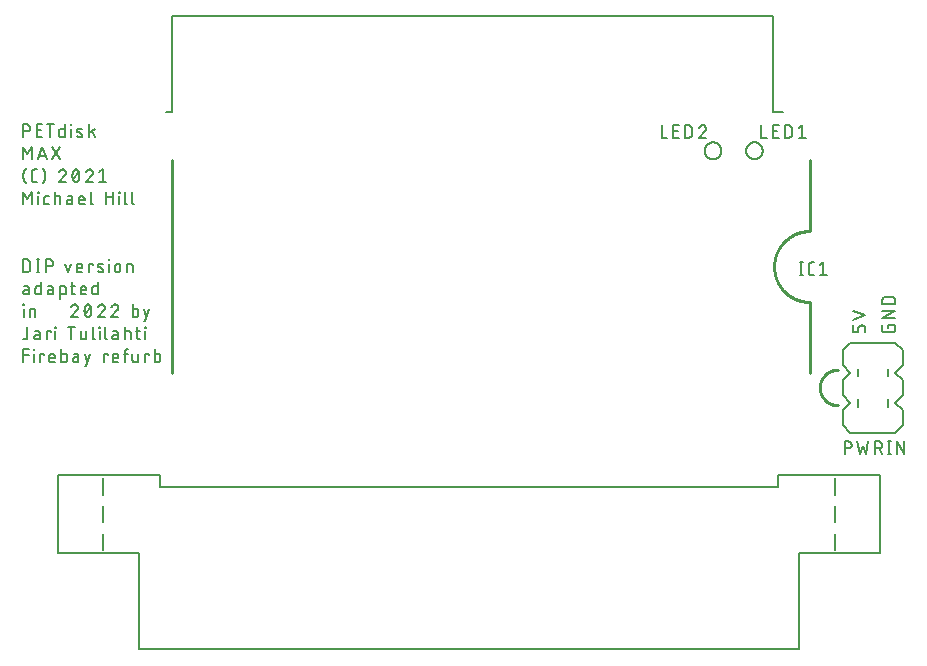
<source format=gto>
G04 EAGLE Gerber RS-274X export*
G75*
%MOMM*%
%FSLAX34Y34*%
%LPD*%
%INTop Silkscreen*%
%IPPOS*%
%AMOC8*
5,1,8,0,0,1.08239X$1,22.5*%
G01*
%ADD10C,0.203200*%
%ADD11C,0.200000*%
%ADD12C,0.254000*%
%ADD13C,0.127000*%
%ADD14C,0.152400*%


D10*
X-8984Y276516D02*
X-8984Y287184D01*
X-6021Y287184D01*
X-5914Y287182D01*
X-5807Y287176D01*
X-5701Y287167D01*
X-5595Y287153D01*
X-5489Y287136D01*
X-5384Y287115D01*
X-5280Y287090D01*
X-5177Y287061D01*
X-5075Y287029D01*
X-4974Y286993D01*
X-4875Y286953D01*
X-4777Y286910D01*
X-4681Y286863D01*
X-4586Y286813D01*
X-4493Y286760D01*
X-4403Y286703D01*
X-4314Y286643D01*
X-4228Y286580D01*
X-4144Y286514D01*
X-4062Y286444D01*
X-3983Y286372D01*
X-3907Y286297D01*
X-3833Y286219D01*
X-3763Y286139D01*
X-3695Y286056D01*
X-3630Y285971D01*
X-3569Y285884D01*
X-3510Y285794D01*
X-3455Y285703D01*
X-3403Y285609D01*
X-3355Y285513D01*
X-3310Y285416D01*
X-3268Y285318D01*
X-3231Y285218D01*
X-3196Y285116D01*
X-3166Y285014D01*
X-3139Y284910D01*
X-3116Y284806D01*
X-3097Y284700D01*
X-3082Y284594D01*
X-3070Y284488D01*
X-3062Y284381D01*
X-3058Y284274D01*
X-3058Y284168D01*
X-3062Y284061D01*
X-3070Y283954D01*
X-3082Y283848D01*
X-3097Y283742D01*
X-3116Y283636D01*
X-3139Y283532D01*
X-3166Y283428D01*
X-3196Y283326D01*
X-3231Y283224D01*
X-3268Y283124D01*
X-3310Y283026D01*
X-3355Y282929D01*
X-3403Y282833D01*
X-3455Y282740D01*
X-3510Y282648D01*
X-3569Y282558D01*
X-3630Y282471D01*
X-3695Y282386D01*
X-3763Y282303D01*
X-3833Y282223D01*
X-3907Y282145D01*
X-3983Y282070D01*
X-4062Y281998D01*
X-4144Y281928D01*
X-4228Y281862D01*
X-4314Y281799D01*
X-4403Y281739D01*
X-4493Y281682D01*
X-4586Y281629D01*
X-4681Y281579D01*
X-4777Y281532D01*
X-4875Y281489D01*
X-4974Y281449D01*
X-5075Y281413D01*
X-5177Y281381D01*
X-5280Y281352D01*
X-5384Y281327D01*
X-5489Y281306D01*
X-5595Y281289D01*
X-5701Y281275D01*
X-5807Y281266D01*
X-5914Y281260D01*
X-6021Y281258D01*
X-6021Y281257D02*
X-8984Y281257D01*
X2226Y276516D02*
X6967Y276516D01*
X2226Y276516D02*
X2226Y287184D01*
X6967Y287184D01*
X5782Y282443D02*
X2226Y282443D01*
X13918Y287184D02*
X13918Y276516D01*
X10955Y287184D02*
X16882Y287184D01*
X26107Y287184D02*
X26107Y276516D01*
X23143Y276516D01*
X23061Y276518D01*
X22979Y276524D01*
X22897Y276533D01*
X22816Y276546D01*
X22736Y276563D01*
X22656Y276584D01*
X22578Y276608D01*
X22501Y276636D01*
X22425Y276667D01*
X22350Y276702D01*
X22278Y276741D01*
X22207Y276782D01*
X22138Y276827D01*
X22072Y276875D01*
X22007Y276926D01*
X21945Y276980D01*
X21886Y277037D01*
X21829Y277096D01*
X21775Y277158D01*
X21724Y277223D01*
X21676Y277289D01*
X21631Y277358D01*
X21590Y277429D01*
X21551Y277501D01*
X21516Y277576D01*
X21485Y277652D01*
X21457Y277729D01*
X21433Y277807D01*
X21412Y277887D01*
X21395Y277967D01*
X21382Y278048D01*
X21373Y278130D01*
X21367Y278212D01*
X21365Y278294D01*
X21365Y281850D01*
X21367Y281932D01*
X21373Y282014D01*
X21382Y282096D01*
X21395Y282177D01*
X21412Y282257D01*
X21433Y282337D01*
X21457Y282415D01*
X21485Y282492D01*
X21516Y282568D01*
X21551Y282643D01*
X21590Y282715D01*
X21631Y282786D01*
X21676Y282855D01*
X21724Y282921D01*
X21775Y282986D01*
X21829Y283048D01*
X21886Y283107D01*
X21945Y283164D01*
X22007Y283218D01*
X22072Y283269D01*
X22138Y283317D01*
X22207Y283362D01*
X22278Y283403D01*
X22350Y283442D01*
X22425Y283477D01*
X22501Y283508D01*
X22578Y283536D01*
X22656Y283560D01*
X22736Y283581D01*
X22816Y283598D01*
X22897Y283611D01*
X22979Y283620D01*
X23061Y283626D01*
X23143Y283628D01*
X26107Y283628D01*
X31444Y283628D02*
X31444Y276516D01*
X31148Y286591D02*
X31148Y287184D01*
X31741Y287184D01*
X31741Y286591D01*
X31148Y286591D01*
X37202Y280665D02*
X40165Y279479D01*
X37201Y280664D02*
X37130Y280695D01*
X37060Y280729D01*
X36992Y280766D01*
X36927Y280807D01*
X36863Y280852D01*
X36802Y280899D01*
X36743Y280950D01*
X36686Y281003D01*
X36633Y281059D01*
X36582Y281118D01*
X36535Y281179D01*
X36490Y281243D01*
X36449Y281308D01*
X36411Y281376D01*
X36377Y281446D01*
X36346Y281517D01*
X36319Y281589D01*
X36296Y281663D01*
X36276Y281738D01*
X36260Y281814D01*
X36248Y281891D01*
X36240Y281968D01*
X36236Y282045D01*
X36235Y282123D01*
X36239Y282200D01*
X36246Y282278D01*
X36258Y282354D01*
X36273Y282430D01*
X36292Y282506D01*
X36315Y282580D01*
X36341Y282653D01*
X36371Y282724D01*
X36405Y282794D01*
X36442Y282862D01*
X36483Y282928D01*
X36527Y282992D01*
X36574Y283054D01*
X36624Y283113D01*
X36677Y283169D01*
X36733Y283223D01*
X36791Y283274D01*
X36852Y283322D01*
X36915Y283367D01*
X36981Y283409D01*
X37048Y283447D01*
X37118Y283482D01*
X37189Y283513D01*
X37261Y283541D01*
X37335Y283564D01*
X37410Y283585D01*
X37485Y283601D01*
X37562Y283614D01*
X37639Y283622D01*
X37716Y283627D01*
X37794Y283628D01*
X37956Y283624D01*
X38118Y283616D01*
X38279Y283604D01*
X38440Y283588D01*
X38601Y283568D01*
X38761Y283545D01*
X38920Y283517D01*
X39079Y283486D01*
X39237Y283451D01*
X39394Y283412D01*
X39550Y283369D01*
X39705Y283323D01*
X39859Y283273D01*
X40012Y283219D01*
X40163Y283161D01*
X40313Y283100D01*
X40461Y283036D01*
X40165Y279480D02*
X40236Y279449D01*
X40306Y279415D01*
X40374Y279378D01*
X40439Y279337D01*
X40503Y279292D01*
X40564Y279245D01*
X40623Y279194D01*
X40680Y279141D01*
X40733Y279085D01*
X40784Y279026D01*
X40831Y278965D01*
X40876Y278901D01*
X40917Y278836D01*
X40955Y278768D01*
X40989Y278698D01*
X41020Y278627D01*
X41047Y278555D01*
X41070Y278481D01*
X41090Y278406D01*
X41106Y278330D01*
X41118Y278253D01*
X41126Y278176D01*
X41130Y278099D01*
X41131Y278021D01*
X41127Y277944D01*
X41120Y277866D01*
X41108Y277790D01*
X41093Y277714D01*
X41074Y277638D01*
X41051Y277564D01*
X41025Y277491D01*
X40995Y277420D01*
X40961Y277350D01*
X40924Y277282D01*
X40883Y277216D01*
X40839Y277152D01*
X40792Y277090D01*
X40742Y277031D01*
X40689Y276975D01*
X40633Y276921D01*
X40575Y276870D01*
X40514Y276822D01*
X40451Y276777D01*
X40385Y276735D01*
X40318Y276697D01*
X40248Y276662D01*
X40178Y276631D01*
X40105Y276603D01*
X40031Y276580D01*
X39956Y276559D01*
X39881Y276543D01*
X39804Y276530D01*
X39727Y276522D01*
X39650Y276517D01*
X39572Y276516D01*
X39335Y276522D01*
X39097Y276534D01*
X38860Y276551D01*
X38624Y276575D01*
X38388Y276603D01*
X38152Y276637D01*
X37918Y276677D01*
X37685Y276722D01*
X37452Y276773D01*
X37221Y276829D01*
X36992Y276891D01*
X36764Y276958D01*
X36537Y277031D01*
X36313Y277109D01*
X46803Y276516D02*
X46803Y287184D01*
X51544Y283628D02*
X46803Y280072D01*
X48877Y281554D02*
X51544Y276516D01*
X-8984Y268134D02*
X-8984Y257466D01*
X-5428Y262207D02*
X-8984Y268134D01*
X-5428Y262207D02*
X-1872Y268134D01*
X-1872Y257466D01*
X3589Y257466D02*
X7145Y268134D01*
X10701Y257466D01*
X9812Y260133D02*
X4478Y260133D01*
X15019Y257466D02*
X22131Y268134D01*
X15019Y268134D02*
X22131Y257466D01*
X-6613Y250269D02*
X-6768Y250080D01*
X-6918Y249887D01*
X-7063Y249691D01*
X-7204Y249492D01*
X-7339Y249289D01*
X-7470Y249083D01*
X-7596Y248873D01*
X-7717Y248661D01*
X-7832Y248446D01*
X-7942Y248228D01*
X-8048Y248008D01*
X-8147Y247785D01*
X-8242Y247560D01*
X-8331Y247333D01*
X-8414Y247103D01*
X-8492Y246872D01*
X-8564Y246639D01*
X-8631Y246404D01*
X-8692Y246168D01*
X-8747Y245930D01*
X-8797Y245691D01*
X-8840Y245451D01*
X-8878Y245210D01*
X-8911Y244968D01*
X-8937Y244725D01*
X-8958Y244482D01*
X-8972Y244238D01*
X-8981Y243994D01*
X-8984Y243750D01*
X-8981Y243506D01*
X-8972Y243262D01*
X-8958Y243018D01*
X-8937Y242775D01*
X-8911Y242532D01*
X-8878Y242290D01*
X-8840Y242049D01*
X-8797Y241809D01*
X-8747Y241570D01*
X-8692Y241332D01*
X-8631Y241096D01*
X-8564Y240861D01*
X-8492Y240628D01*
X-8414Y240397D01*
X-8331Y240167D01*
X-8242Y239940D01*
X-8147Y239715D01*
X-8048Y239492D01*
X-7942Y239272D01*
X-7832Y239054D01*
X-7717Y238839D01*
X-7596Y238627D01*
X-7470Y238417D01*
X-7339Y238211D01*
X-7204Y238008D01*
X-7063Y237809D01*
X-6918Y237613D01*
X-6768Y237420D01*
X-6613Y237231D01*
X659Y238416D02*
X3029Y238416D01*
X659Y238416D02*
X564Y238418D01*
X468Y238424D01*
X373Y238433D01*
X279Y238447D01*
X185Y238464D01*
X92Y238485D01*
X-1Y238510D01*
X-92Y238538D01*
X-182Y238570D01*
X-270Y238606D01*
X-357Y238645D01*
X-443Y238688D01*
X-527Y238734D01*
X-608Y238783D01*
X-688Y238836D01*
X-765Y238892D01*
X-841Y238950D01*
X-913Y239012D01*
X-983Y239077D01*
X-1051Y239145D01*
X-1116Y239215D01*
X-1178Y239287D01*
X-1236Y239363D01*
X-1292Y239440D01*
X-1345Y239520D01*
X-1394Y239602D01*
X-1440Y239685D01*
X-1483Y239771D01*
X-1522Y239858D01*
X-1558Y239946D01*
X-1590Y240036D01*
X-1618Y240127D01*
X-1643Y240220D01*
X-1664Y240313D01*
X-1681Y240407D01*
X-1695Y240501D01*
X-1704Y240596D01*
X-1710Y240692D01*
X-1712Y240787D01*
X-1712Y246713D01*
X-1710Y246808D01*
X-1704Y246904D01*
X-1695Y246999D01*
X-1681Y247093D01*
X-1664Y247187D01*
X-1643Y247280D01*
X-1618Y247373D01*
X-1590Y247464D01*
X-1558Y247554D01*
X-1522Y247642D01*
X-1483Y247729D01*
X-1440Y247815D01*
X-1394Y247898D01*
X-1345Y247980D01*
X-1292Y248060D01*
X-1236Y248137D01*
X-1178Y248213D01*
X-1116Y248285D01*
X-1051Y248355D01*
X-983Y248423D01*
X-913Y248488D01*
X-841Y248550D01*
X-765Y248608D01*
X-688Y248664D01*
X-608Y248717D01*
X-527Y248766D01*
X-443Y248812D01*
X-357Y248855D01*
X-270Y248894D01*
X-182Y248930D01*
X-92Y248962D01*
X-1Y248990D01*
X92Y249015D01*
X185Y249036D01*
X279Y249053D01*
X373Y249067D01*
X468Y249076D01*
X563Y249082D01*
X659Y249084D01*
X3029Y249084D01*
X9681Y243750D02*
X9678Y243506D01*
X9669Y243262D01*
X9655Y243018D01*
X9634Y242775D01*
X9608Y242532D01*
X9575Y242290D01*
X9537Y242049D01*
X9494Y241809D01*
X9444Y241570D01*
X9389Y241332D01*
X9328Y241096D01*
X9261Y240861D01*
X9189Y240628D01*
X9111Y240397D01*
X9028Y240167D01*
X8939Y239940D01*
X8844Y239715D01*
X8745Y239492D01*
X8639Y239272D01*
X8529Y239054D01*
X8414Y238839D01*
X8293Y238627D01*
X8167Y238417D01*
X8036Y238211D01*
X7901Y238008D01*
X7760Y237809D01*
X7615Y237613D01*
X7465Y237420D01*
X7310Y237231D01*
X9681Y243750D02*
X9678Y243994D01*
X9669Y244238D01*
X9655Y244482D01*
X9634Y244725D01*
X9608Y244968D01*
X9575Y245210D01*
X9537Y245451D01*
X9494Y245691D01*
X9444Y245930D01*
X9389Y246168D01*
X9328Y246404D01*
X9261Y246639D01*
X9189Y246872D01*
X9111Y247103D01*
X9028Y247333D01*
X8939Y247560D01*
X8844Y247785D01*
X8745Y248008D01*
X8639Y248228D01*
X8529Y248446D01*
X8414Y248661D01*
X8293Y248873D01*
X8167Y249083D01*
X8036Y249289D01*
X7901Y249492D01*
X7760Y249691D01*
X7615Y249887D01*
X7465Y250080D01*
X7310Y250269D01*
X24457Y249084D02*
X24559Y249082D01*
X24661Y249076D01*
X24763Y249066D01*
X24864Y249053D01*
X24965Y249035D01*
X25065Y249014D01*
X25164Y248989D01*
X25262Y248960D01*
X25358Y248927D01*
X25454Y248891D01*
X25548Y248851D01*
X25640Y248807D01*
X25731Y248760D01*
X25820Y248709D01*
X25907Y248656D01*
X25991Y248598D01*
X26074Y248538D01*
X26154Y248475D01*
X26231Y248408D01*
X26306Y248339D01*
X26379Y248266D01*
X26448Y248191D01*
X26515Y248114D01*
X26578Y248034D01*
X26638Y247951D01*
X26696Y247867D01*
X26749Y247780D01*
X26800Y247691D01*
X26847Y247600D01*
X26891Y247508D01*
X26931Y247414D01*
X26967Y247318D01*
X27000Y247222D01*
X27029Y247124D01*
X27054Y247025D01*
X27075Y246925D01*
X27093Y246824D01*
X27106Y246723D01*
X27116Y246621D01*
X27122Y246519D01*
X27124Y246417D01*
X24457Y249084D02*
X24341Y249082D01*
X24224Y249076D01*
X24108Y249066D01*
X23993Y249052D01*
X23878Y249035D01*
X23763Y249013D01*
X23650Y248987D01*
X23537Y248958D01*
X23425Y248925D01*
X23315Y248888D01*
X23206Y248847D01*
X23098Y248803D01*
X22992Y248755D01*
X22888Y248703D01*
X22785Y248648D01*
X22684Y248590D01*
X22586Y248528D01*
X22489Y248463D01*
X22395Y248394D01*
X22303Y248322D01*
X22214Y248248D01*
X22127Y248170D01*
X22043Y248089D01*
X21962Y248006D01*
X21884Y247920D01*
X21808Y247831D01*
X21736Y247740D01*
X21667Y247646D01*
X21601Y247550D01*
X21538Y247452D01*
X21479Y247352D01*
X21423Y247250D01*
X21371Y247146D01*
X21322Y247040D01*
X21277Y246933D01*
X21235Y246824D01*
X21198Y246714D01*
X26236Y244342D02*
X26311Y244416D01*
X26383Y244493D01*
X26452Y244573D01*
X26519Y244655D01*
X26582Y244739D01*
X26642Y244826D01*
X26699Y244914D01*
X26753Y245005D01*
X26803Y245098D01*
X26850Y245192D01*
X26893Y245288D01*
X26933Y245386D01*
X26969Y245485D01*
X27002Y245585D01*
X27030Y245687D01*
X27055Y245789D01*
X27077Y245893D01*
X27094Y245997D01*
X27108Y246101D01*
X27117Y246206D01*
X27123Y246312D01*
X27125Y246417D01*
X26235Y244343D02*
X21198Y238416D01*
X27124Y238416D01*
X32628Y243750D02*
X32631Y243960D01*
X32638Y244170D01*
X32651Y244379D01*
X32668Y244588D01*
X32691Y244797D01*
X32718Y245005D01*
X32750Y245212D01*
X32788Y245419D01*
X32830Y245624D01*
X32877Y245829D01*
X32929Y246032D01*
X32986Y246234D01*
X33048Y246435D01*
X33114Y246634D01*
X33186Y246831D01*
X33262Y247027D01*
X33342Y247221D01*
X33427Y247413D01*
X33517Y247602D01*
X33548Y247687D01*
X33582Y247771D01*
X33620Y247853D01*
X33662Y247934D01*
X33707Y248013D01*
X33755Y248090D01*
X33806Y248165D01*
X33860Y248237D01*
X33917Y248308D01*
X33977Y248376D01*
X34040Y248441D01*
X34105Y248504D01*
X34173Y248564D01*
X34244Y248621D01*
X34316Y248675D01*
X34391Y248727D01*
X34468Y248775D01*
X34547Y248820D01*
X34628Y248861D01*
X34710Y248899D01*
X34794Y248934D01*
X34879Y248965D01*
X34965Y248993D01*
X35052Y249017D01*
X35141Y249037D01*
X35230Y249054D01*
X35320Y249067D01*
X35410Y249077D01*
X35500Y249082D01*
X35591Y249084D01*
X35682Y249082D01*
X35772Y249077D01*
X35862Y249067D01*
X35952Y249054D01*
X36041Y249037D01*
X36130Y249017D01*
X36217Y248993D01*
X36303Y248965D01*
X36388Y248934D01*
X36472Y248899D01*
X36554Y248861D01*
X36635Y248820D01*
X36714Y248775D01*
X36791Y248727D01*
X36866Y248676D01*
X36938Y248621D01*
X37009Y248564D01*
X37077Y248504D01*
X37142Y248441D01*
X37205Y248376D01*
X37265Y248308D01*
X37322Y248237D01*
X37376Y248165D01*
X37427Y248090D01*
X37475Y248013D01*
X37520Y247934D01*
X37562Y247853D01*
X37600Y247771D01*
X37634Y247687D01*
X37665Y247602D01*
X37755Y247413D01*
X37840Y247221D01*
X37920Y247027D01*
X37996Y246831D01*
X38068Y246634D01*
X38134Y246435D01*
X38196Y246234D01*
X38253Y246032D01*
X38305Y245829D01*
X38352Y245624D01*
X38394Y245419D01*
X38432Y245212D01*
X38464Y245005D01*
X38491Y244797D01*
X38514Y244588D01*
X38531Y244379D01*
X38544Y244170D01*
X38551Y243960D01*
X38554Y243750D01*
X32628Y243750D02*
X32631Y243540D01*
X32638Y243330D01*
X32651Y243121D01*
X32668Y242912D01*
X32691Y242703D01*
X32718Y242495D01*
X32750Y242288D01*
X32788Y242081D01*
X32830Y241876D01*
X32877Y241671D01*
X32929Y241468D01*
X32986Y241266D01*
X33048Y241065D01*
X33114Y240866D01*
X33186Y240669D01*
X33262Y240473D01*
X33342Y240279D01*
X33427Y240088D01*
X33517Y239898D01*
X33548Y239813D01*
X33582Y239729D01*
X33620Y239647D01*
X33662Y239566D01*
X33707Y239487D01*
X33755Y239410D01*
X33806Y239335D01*
X33860Y239263D01*
X33917Y239192D01*
X33977Y239124D01*
X34040Y239059D01*
X34105Y238996D01*
X34173Y238936D01*
X34244Y238879D01*
X34316Y238824D01*
X34391Y238773D01*
X34468Y238725D01*
X34547Y238680D01*
X34628Y238639D01*
X34710Y238601D01*
X34794Y238566D01*
X34879Y238535D01*
X34965Y238507D01*
X35052Y238483D01*
X35141Y238463D01*
X35230Y238446D01*
X35320Y238433D01*
X35410Y238423D01*
X35500Y238418D01*
X35591Y238416D01*
X37665Y239898D02*
X37755Y240088D01*
X37840Y240279D01*
X37920Y240473D01*
X37996Y240669D01*
X38068Y240866D01*
X38134Y241065D01*
X38196Y241266D01*
X38253Y241468D01*
X38305Y241671D01*
X38352Y241876D01*
X38394Y242081D01*
X38432Y242288D01*
X38464Y242495D01*
X38491Y242703D01*
X38514Y242912D01*
X38531Y243121D01*
X38544Y243330D01*
X38551Y243540D01*
X38554Y243750D01*
X37665Y239898D02*
X37634Y239813D01*
X37600Y239729D01*
X37562Y239647D01*
X37520Y239566D01*
X37475Y239487D01*
X37427Y239410D01*
X37376Y239335D01*
X37322Y239263D01*
X37265Y239192D01*
X37205Y239124D01*
X37142Y239059D01*
X37077Y238996D01*
X37009Y238936D01*
X36938Y238879D01*
X36866Y238824D01*
X36791Y238773D01*
X36714Y238725D01*
X36635Y238680D01*
X36554Y238639D01*
X36472Y238601D01*
X36388Y238566D01*
X36303Y238535D01*
X36217Y238507D01*
X36130Y238483D01*
X36041Y238463D01*
X35952Y238446D01*
X35862Y238433D01*
X35772Y238423D01*
X35682Y238418D01*
X35591Y238416D01*
X33220Y240787D02*
X37962Y246713D01*
X47317Y249084D02*
X47419Y249082D01*
X47521Y249076D01*
X47623Y249066D01*
X47724Y249053D01*
X47825Y249035D01*
X47925Y249014D01*
X48024Y248989D01*
X48122Y248960D01*
X48218Y248927D01*
X48314Y248891D01*
X48408Y248851D01*
X48500Y248807D01*
X48591Y248760D01*
X48680Y248709D01*
X48767Y248656D01*
X48851Y248598D01*
X48934Y248538D01*
X49014Y248475D01*
X49091Y248408D01*
X49166Y248339D01*
X49239Y248266D01*
X49308Y248191D01*
X49375Y248114D01*
X49438Y248034D01*
X49498Y247951D01*
X49556Y247867D01*
X49609Y247780D01*
X49660Y247691D01*
X49707Y247600D01*
X49751Y247508D01*
X49791Y247414D01*
X49827Y247318D01*
X49860Y247222D01*
X49889Y247124D01*
X49914Y247025D01*
X49935Y246925D01*
X49953Y246824D01*
X49966Y246723D01*
X49976Y246621D01*
X49982Y246519D01*
X49984Y246417D01*
X47317Y249084D02*
X47201Y249082D01*
X47084Y249076D01*
X46968Y249066D01*
X46853Y249052D01*
X46738Y249035D01*
X46623Y249013D01*
X46510Y248987D01*
X46397Y248958D01*
X46285Y248925D01*
X46175Y248888D01*
X46066Y248847D01*
X45958Y248803D01*
X45852Y248755D01*
X45748Y248703D01*
X45645Y248648D01*
X45544Y248590D01*
X45446Y248528D01*
X45349Y248463D01*
X45255Y248394D01*
X45163Y248322D01*
X45074Y248248D01*
X44987Y248170D01*
X44903Y248089D01*
X44822Y248006D01*
X44744Y247920D01*
X44668Y247831D01*
X44596Y247740D01*
X44527Y247646D01*
X44461Y247550D01*
X44398Y247452D01*
X44339Y247352D01*
X44283Y247250D01*
X44231Y247146D01*
X44182Y247040D01*
X44137Y246933D01*
X44095Y246824D01*
X44058Y246714D01*
X49096Y244342D02*
X49171Y244416D01*
X49243Y244493D01*
X49312Y244573D01*
X49379Y244655D01*
X49442Y244739D01*
X49502Y244826D01*
X49559Y244914D01*
X49613Y245005D01*
X49663Y245098D01*
X49710Y245192D01*
X49753Y245288D01*
X49793Y245386D01*
X49829Y245485D01*
X49862Y245585D01*
X49890Y245687D01*
X49915Y245789D01*
X49937Y245893D01*
X49954Y245997D01*
X49968Y246101D01*
X49977Y246206D01*
X49983Y246312D01*
X49985Y246417D01*
X49095Y244343D02*
X44058Y238416D01*
X49984Y238416D01*
X55488Y246713D02*
X58451Y249084D01*
X58451Y238416D01*
X55488Y238416D02*
X61414Y238416D01*
X-8984Y230034D02*
X-8984Y219366D01*
X-5428Y224107D02*
X-8984Y230034D01*
X-5428Y224107D02*
X-1872Y230034D01*
X-1872Y219366D01*
X3716Y219366D02*
X3716Y226478D01*
X3420Y229441D02*
X3420Y230034D01*
X4012Y230034D01*
X4012Y229441D01*
X3420Y229441D01*
X10382Y219366D02*
X12753Y219366D01*
X10382Y219366D02*
X10300Y219368D01*
X10218Y219374D01*
X10136Y219383D01*
X10055Y219396D01*
X9975Y219413D01*
X9895Y219434D01*
X9817Y219458D01*
X9740Y219486D01*
X9664Y219517D01*
X9589Y219552D01*
X9517Y219591D01*
X9446Y219632D01*
X9377Y219677D01*
X9311Y219725D01*
X9246Y219776D01*
X9184Y219830D01*
X9125Y219887D01*
X9068Y219946D01*
X9014Y220008D01*
X8963Y220073D01*
X8915Y220139D01*
X8870Y220208D01*
X8829Y220279D01*
X8790Y220351D01*
X8755Y220426D01*
X8724Y220502D01*
X8696Y220579D01*
X8672Y220657D01*
X8651Y220737D01*
X8634Y220817D01*
X8621Y220898D01*
X8612Y220980D01*
X8606Y221062D01*
X8604Y221144D01*
X8604Y224700D01*
X8606Y224782D01*
X8612Y224864D01*
X8621Y224946D01*
X8634Y225027D01*
X8651Y225107D01*
X8672Y225187D01*
X8696Y225265D01*
X8724Y225342D01*
X8755Y225418D01*
X8790Y225493D01*
X8829Y225565D01*
X8870Y225636D01*
X8915Y225705D01*
X8963Y225771D01*
X9014Y225836D01*
X9068Y225898D01*
X9125Y225957D01*
X9184Y226014D01*
X9246Y226068D01*
X9311Y226119D01*
X9377Y226167D01*
X9446Y226212D01*
X9517Y226253D01*
X9589Y226292D01*
X9664Y226327D01*
X9740Y226358D01*
X9817Y226386D01*
X9895Y226410D01*
X9975Y226431D01*
X10055Y226448D01*
X10136Y226461D01*
X10218Y226470D01*
X10300Y226476D01*
X10382Y226478D01*
X12753Y226478D01*
X17728Y230034D02*
X17728Y219366D01*
X17728Y226478D02*
X20692Y226478D01*
X20774Y226476D01*
X20856Y226470D01*
X20938Y226461D01*
X21019Y226448D01*
X21099Y226431D01*
X21179Y226410D01*
X21257Y226386D01*
X21334Y226358D01*
X21410Y226327D01*
X21485Y226292D01*
X21557Y226253D01*
X21628Y226212D01*
X21697Y226167D01*
X21763Y226119D01*
X21828Y226068D01*
X21890Y226014D01*
X21949Y225957D01*
X22006Y225898D01*
X22060Y225836D01*
X22111Y225771D01*
X22159Y225705D01*
X22204Y225636D01*
X22245Y225565D01*
X22284Y225493D01*
X22319Y225418D01*
X22350Y225342D01*
X22378Y225265D01*
X22402Y225187D01*
X22423Y225107D01*
X22440Y225027D01*
X22453Y224946D01*
X22462Y224864D01*
X22468Y224782D01*
X22470Y224700D01*
X22470Y219366D01*
X30001Y223515D02*
X32668Y223515D01*
X30001Y223514D02*
X29912Y223512D01*
X29823Y223506D01*
X29734Y223497D01*
X29646Y223483D01*
X29558Y223466D01*
X29471Y223445D01*
X29386Y223421D01*
X29301Y223392D01*
X29218Y223360D01*
X29136Y223325D01*
X29055Y223286D01*
X28977Y223244D01*
X28900Y223198D01*
X28826Y223149D01*
X28753Y223097D01*
X28683Y223041D01*
X28615Y222983D01*
X28550Y222922D01*
X28488Y222858D01*
X28428Y222792D01*
X28372Y222723D01*
X28318Y222652D01*
X28267Y222578D01*
X28220Y222503D01*
X28176Y222425D01*
X28135Y222346D01*
X28098Y222265D01*
X28064Y222182D01*
X28034Y222098D01*
X28008Y222013D01*
X27985Y221926D01*
X27966Y221839D01*
X27950Y221751D01*
X27939Y221663D01*
X27931Y221574D01*
X27927Y221485D01*
X27927Y221395D01*
X27931Y221306D01*
X27939Y221217D01*
X27950Y221129D01*
X27966Y221041D01*
X27985Y220954D01*
X28008Y220867D01*
X28034Y220782D01*
X28064Y220698D01*
X28098Y220615D01*
X28135Y220534D01*
X28176Y220455D01*
X28220Y220377D01*
X28267Y220302D01*
X28318Y220228D01*
X28372Y220157D01*
X28428Y220088D01*
X28488Y220022D01*
X28550Y219958D01*
X28615Y219897D01*
X28683Y219839D01*
X28753Y219783D01*
X28826Y219731D01*
X28900Y219682D01*
X28977Y219636D01*
X29055Y219594D01*
X29136Y219555D01*
X29218Y219520D01*
X29301Y219488D01*
X29386Y219459D01*
X29471Y219435D01*
X29558Y219414D01*
X29646Y219397D01*
X29734Y219383D01*
X29823Y219374D01*
X29912Y219368D01*
X30001Y219366D01*
X32668Y219366D01*
X32668Y224700D01*
X32666Y224782D01*
X32660Y224864D01*
X32651Y224946D01*
X32638Y225027D01*
X32621Y225107D01*
X32600Y225187D01*
X32576Y225265D01*
X32548Y225342D01*
X32517Y225418D01*
X32482Y225493D01*
X32443Y225565D01*
X32402Y225636D01*
X32357Y225705D01*
X32309Y225771D01*
X32258Y225836D01*
X32204Y225898D01*
X32147Y225957D01*
X32088Y226014D01*
X32026Y226068D01*
X31961Y226119D01*
X31895Y226167D01*
X31826Y226212D01*
X31755Y226253D01*
X31683Y226292D01*
X31608Y226327D01*
X31532Y226358D01*
X31455Y226386D01*
X31377Y226410D01*
X31297Y226431D01*
X31217Y226448D01*
X31136Y226461D01*
X31054Y226470D01*
X30972Y226476D01*
X30890Y226478D01*
X28520Y226478D01*
X40080Y219366D02*
X43044Y219366D01*
X40080Y219366D02*
X39998Y219368D01*
X39916Y219374D01*
X39834Y219383D01*
X39753Y219396D01*
X39673Y219413D01*
X39593Y219434D01*
X39515Y219458D01*
X39438Y219486D01*
X39362Y219517D01*
X39287Y219552D01*
X39215Y219591D01*
X39144Y219632D01*
X39075Y219677D01*
X39009Y219725D01*
X38944Y219776D01*
X38882Y219830D01*
X38823Y219887D01*
X38766Y219946D01*
X38712Y220008D01*
X38661Y220073D01*
X38613Y220139D01*
X38568Y220208D01*
X38527Y220279D01*
X38488Y220351D01*
X38453Y220426D01*
X38422Y220502D01*
X38394Y220579D01*
X38370Y220657D01*
X38349Y220737D01*
X38332Y220817D01*
X38319Y220898D01*
X38310Y220980D01*
X38304Y221062D01*
X38302Y221144D01*
X38302Y224107D01*
X38304Y224204D01*
X38310Y224300D01*
X38320Y224396D01*
X38334Y224492D01*
X38351Y224587D01*
X38373Y224682D01*
X38398Y224775D01*
X38427Y224867D01*
X38460Y224958D01*
X38497Y225048D01*
X38537Y225136D01*
X38581Y225222D01*
X38628Y225306D01*
X38678Y225389D01*
X38732Y225469D01*
X38790Y225547D01*
X38850Y225623D01*
X38913Y225696D01*
X38979Y225766D01*
X39049Y225834D01*
X39120Y225899D01*
X39195Y225961D01*
X39272Y226019D01*
X39351Y226075D01*
X39432Y226127D01*
X39516Y226176D01*
X39601Y226222D01*
X39688Y226264D01*
X39777Y226302D01*
X39867Y226337D01*
X39959Y226368D01*
X40052Y226395D01*
X40145Y226419D01*
X40240Y226438D01*
X40336Y226454D01*
X40432Y226466D01*
X40528Y226474D01*
X40625Y226478D01*
X40721Y226478D01*
X40818Y226474D01*
X40914Y226466D01*
X41010Y226454D01*
X41106Y226438D01*
X41201Y226419D01*
X41294Y226395D01*
X41387Y226368D01*
X41479Y226337D01*
X41569Y226302D01*
X41658Y226264D01*
X41745Y226222D01*
X41830Y226176D01*
X41914Y226127D01*
X41995Y226075D01*
X42074Y226019D01*
X42151Y225961D01*
X42226Y225899D01*
X42297Y225834D01*
X42367Y225766D01*
X42433Y225696D01*
X42496Y225623D01*
X42556Y225547D01*
X42614Y225469D01*
X42668Y225389D01*
X42718Y225306D01*
X42765Y225222D01*
X42809Y225136D01*
X42849Y225048D01*
X42886Y224958D01*
X42919Y224867D01*
X42948Y224775D01*
X42973Y224682D01*
X42995Y224587D01*
X43012Y224492D01*
X43026Y224396D01*
X43036Y224300D01*
X43042Y224204D01*
X43044Y224107D01*
X43044Y222922D01*
X38302Y222922D01*
X48242Y221144D02*
X48242Y230034D01*
X48242Y221144D02*
X48244Y221062D01*
X48250Y220980D01*
X48259Y220898D01*
X48272Y220817D01*
X48289Y220737D01*
X48310Y220657D01*
X48334Y220579D01*
X48362Y220502D01*
X48393Y220426D01*
X48428Y220351D01*
X48467Y220279D01*
X48508Y220208D01*
X48553Y220139D01*
X48601Y220073D01*
X48652Y220008D01*
X48706Y219946D01*
X48763Y219887D01*
X48822Y219830D01*
X48884Y219776D01*
X48949Y219725D01*
X49015Y219677D01*
X49084Y219632D01*
X49155Y219591D01*
X49227Y219552D01*
X49302Y219517D01*
X49378Y219486D01*
X49455Y219458D01*
X49533Y219434D01*
X49613Y219413D01*
X49693Y219396D01*
X49774Y219383D01*
X49856Y219374D01*
X49938Y219368D01*
X50020Y219366D01*
X60951Y219366D02*
X60951Y230034D01*
X60951Y225293D02*
X66877Y225293D01*
X66877Y230034D02*
X66877Y219366D01*
X72296Y219366D02*
X72296Y226478D01*
X72000Y229441D02*
X72000Y230034D01*
X72592Y230034D01*
X72592Y229441D01*
X72000Y229441D01*
X77198Y230034D02*
X77198Y221144D01*
X77200Y221062D01*
X77206Y220980D01*
X77215Y220898D01*
X77228Y220817D01*
X77245Y220737D01*
X77266Y220657D01*
X77290Y220579D01*
X77318Y220502D01*
X77349Y220426D01*
X77384Y220351D01*
X77423Y220279D01*
X77464Y220208D01*
X77509Y220139D01*
X77557Y220073D01*
X77608Y220008D01*
X77662Y219946D01*
X77719Y219887D01*
X77778Y219830D01*
X77840Y219776D01*
X77905Y219725D01*
X77971Y219677D01*
X78040Y219632D01*
X78111Y219591D01*
X78183Y219552D01*
X78258Y219517D01*
X78334Y219486D01*
X78411Y219458D01*
X78489Y219434D01*
X78569Y219413D01*
X78649Y219396D01*
X78730Y219383D01*
X78812Y219374D01*
X78894Y219368D01*
X78976Y219366D01*
X83294Y221144D02*
X83294Y230034D01*
X83294Y221144D02*
X83296Y221062D01*
X83302Y220980D01*
X83311Y220898D01*
X83324Y220817D01*
X83341Y220737D01*
X83362Y220657D01*
X83386Y220579D01*
X83414Y220502D01*
X83445Y220426D01*
X83480Y220351D01*
X83519Y220279D01*
X83560Y220208D01*
X83605Y220139D01*
X83653Y220073D01*
X83704Y220008D01*
X83758Y219946D01*
X83815Y219887D01*
X83874Y219830D01*
X83936Y219776D01*
X84001Y219725D01*
X84067Y219677D01*
X84136Y219632D01*
X84207Y219591D01*
X84279Y219552D01*
X84354Y219517D01*
X84430Y219486D01*
X84507Y219458D01*
X84585Y219434D01*
X84665Y219413D01*
X84745Y219396D01*
X84826Y219383D01*
X84908Y219374D01*
X84990Y219368D01*
X85072Y219366D01*
X-8984Y172884D02*
X-8984Y162216D01*
X-8984Y172884D02*
X-6021Y172884D01*
X-5913Y172882D01*
X-5805Y172876D01*
X-5697Y172866D01*
X-5590Y172852D01*
X-5483Y172835D01*
X-5377Y172813D01*
X-5272Y172788D01*
X-5167Y172758D01*
X-5064Y172725D01*
X-4963Y172688D01*
X-4862Y172648D01*
X-4763Y172604D01*
X-4666Y172556D01*
X-4571Y172505D01*
X-4477Y172450D01*
X-4386Y172392D01*
X-4297Y172331D01*
X-4210Y172266D01*
X-4126Y172199D01*
X-4044Y172128D01*
X-3964Y172054D01*
X-3888Y171978D01*
X-3814Y171898D01*
X-3744Y171816D01*
X-3676Y171732D01*
X-3611Y171645D01*
X-3550Y171556D01*
X-3492Y171465D01*
X-3437Y171371D01*
X-3386Y171276D01*
X-3338Y171179D01*
X-3294Y171080D01*
X-3254Y170979D01*
X-3217Y170878D01*
X-3184Y170775D01*
X-3154Y170670D01*
X-3129Y170565D01*
X-3107Y170459D01*
X-3090Y170352D01*
X-3076Y170245D01*
X-3066Y170137D01*
X-3060Y170029D01*
X-3058Y169921D01*
X-3057Y169921D02*
X-3057Y165179D01*
X-3058Y165179D02*
X-3060Y165073D01*
X-3066Y164968D01*
X-3075Y164862D01*
X-3088Y164757D01*
X-3105Y164653D01*
X-3126Y164549D01*
X-3150Y164446D01*
X-3178Y164344D01*
X-3210Y164243D01*
X-3245Y164144D01*
X-3284Y164045D01*
X-3326Y163948D01*
X-3371Y163853D01*
X-3420Y163759D01*
X-3473Y163667D01*
X-3528Y163577D01*
X-3587Y163489D01*
X-3649Y163403D01*
X-3714Y163320D01*
X-3782Y163239D01*
X-3852Y163160D01*
X-3926Y163084D01*
X-4002Y163010D01*
X-4081Y162940D01*
X-4162Y162872D01*
X-4245Y162807D01*
X-4331Y162745D01*
X-4419Y162686D01*
X-4509Y162631D01*
X-4601Y162578D01*
X-4695Y162529D01*
X-4790Y162484D01*
X-4887Y162442D01*
X-4986Y162403D01*
X-5085Y162368D01*
X-5186Y162336D01*
X-5288Y162308D01*
X-5391Y162284D01*
X-5495Y162263D01*
X-5599Y162246D01*
X-5704Y162233D01*
X-5810Y162224D01*
X-5915Y162218D01*
X-6021Y162216D01*
X-8984Y162216D01*
X3504Y162216D02*
X3504Y172884D01*
X2319Y162216D02*
X4690Y162216D01*
X4690Y172884D02*
X2319Y172884D01*
X10320Y172884D02*
X10320Y162216D01*
X10320Y172884D02*
X13283Y172884D01*
X13390Y172882D01*
X13497Y172876D01*
X13603Y172867D01*
X13709Y172853D01*
X13815Y172836D01*
X13920Y172815D01*
X14024Y172790D01*
X14127Y172761D01*
X14229Y172729D01*
X14330Y172693D01*
X14429Y172653D01*
X14527Y172610D01*
X14623Y172563D01*
X14718Y172513D01*
X14811Y172460D01*
X14901Y172403D01*
X14990Y172343D01*
X15076Y172280D01*
X15160Y172214D01*
X15242Y172144D01*
X15321Y172072D01*
X15397Y171997D01*
X15471Y171919D01*
X15541Y171839D01*
X15609Y171756D01*
X15674Y171671D01*
X15735Y171584D01*
X15794Y171494D01*
X15849Y171402D01*
X15901Y171309D01*
X15949Y171213D01*
X15994Y171116D01*
X16036Y171018D01*
X16073Y170918D01*
X16108Y170816D01*
X16138Y170714D01*
X16165Y170610D01*
X16188Y170506D01*
X16207Y170400D01*
X16222Y170294D01*
X16234Y170188D01*
X16242Y170081D01*
X16246Y169974D01*
X16246Y169868D01*
X16242Y169761D01*
X16234Y169654D01*
X16222Y169548D01*
X16207Y169442D01*
X16188Y169336D01*
X16165Y169232D01*
X16138Y169128D01*
X16108Y169026D01*
X16073Y168924D01*
X16036Y168824D01*
X15994Y168726D01*
X15949Y168629D01*
X15901Y168533D01*
X15849Y168440D01*
X15794Y168348D01*
X15735Y168258D01*
X15674Y168171D01*
X15609Y168086D01*
X15541Y168003D01*
X15471Y167923D01*
X15397Y167845D01*
X15321Y167770D01*
X15242Y167698D01*
X15160Y167628D01*
X15076Y167562D01*
X14990Y167499D01*
X14901Y167439D01*
X14811Y167382D01*
X14718Y167329D01*
X14623Y167279D01*
X14527Y167232D01*
X14429Y167189D01*
X14330Y167149D01*
X14229Y167113D01*
X14127Y167081D01*
X14024Y167052D01*
X13920Y167027D01*
X13815Y167006D01*
X13709Y166989D01*
X13603Y166975D01*
X13497Y166966D01*
X13390Y166960D01*
X13283Y166958D01*
X13283Y166957D02*
X10320Y166957D01*
X26661Y169328D02*
X29031Y162216D01*
X31402Y169328D01*
X37964Y162216D02*
X40927Y162216D01*
X37964Y162216D02*
X37882Y162218D01*
X37800Y162224D01*
X37718Y162233D01*
X37637Y162246D01*
X37557Y162263D01*
X37477Y162284D01*
X37399Y162308D01*
X37322Y162336D01*
X37246Y162367D01*
X37171Y162402D01*
X37099Y162441D01*
X37028Y162482D01*
X36959Y162527D01*
X36893Y162575D01*
X36828Y162626D01*
X36766Y162680D01*
X36707Y162737D01*
X36650Y162796D01*
X36596Y162858D01*
X36545Y162923D01*
X36497Y162989D01*
X36452Y163058D01*
X36411Y163129D01*
X36372Y163201D01*
X36337Y163276D01*
X36306Y163352D01*
X36278Y163429D01*
X36254Y163507D01*
X36233Y163587D01*
X36216Y163667D01*
X36203Y163748D01*
X36194Y163830D01*
X36188Y163912D01*
X36186Y163994D01*
X36186Y166957D01*
X36185Y166957D02*
X36187Y167054D01*
X36193Y167150D01*
X36203Y167246D01*
X36217Y167342D01*
X36234Y167437D01*
X36256Y167532D01*
X36281Y167625D01*
X36310Y167717D01*
X36343Y167808D01*
X36380Y167898D01*
X36420Y167986D01*
X36464Y168072D01*
X36511Y168156D01*
X36561Y168239D01*
X36615Y168319D01*
X36673Y168397D01*
X36733Y168473D01*
X36796Y168546D01*
X36862Y168616D01*
X36932Y168684D01*
X37003Y168749D01*
X37078Y168811D01*
X37155Y168869D01*
X37234Y168925D01*
X37315Y168977D01*
X37399Y169026D01*
X37484Y169072D01*
X37571Y169114D01*
X37660Y169152D01*
X37750Y169187D01*
X37842Y169218D01*
X37935Y169245D01*
X38028Y169269D01*
X38123Y169288D01*
X38219Y169304D01*
X38315Y169316D01*
X38411Y169324D01*
X38508Y169328D01*
X38604Y169328D01*
X38701Y169324D01*
X38797Y169316D01*
X38893Y169304D01*
X38989Y169288D01*
X39084Y169269D01*
X39177Y169245D01*
X39270Y169218D01*
X39362Y169187D01*
X39452Y169152D01*
X39541Y169114D01*
X39628Y169072D01*
X39713Y169026D01*
X39797Y168977D01*
X39878Y168925D01*
X39957Y168869D01*
X40034Y168811D01*
X40109Y168749D01*
X40180Y168684D01*
X40250Y168616D01*
X40316Y168546D01*
X40379Y168473D01*
X40439Y168397D01*
X40497Y168319D01*
X40551Y168239D01*
X40601Y168156D01*
X40648Y168072D01*
X40692Y167986D01*
X40732Y167898D01*
X40769Y167808D01*
X40802Y167717D01*
X40831Y167625D01*
X40856Y167532D01*
X40878Y167437D01*
X40895Y167342D01*
X40909Y167246D01*
X40919Y167150D01*
X40925Y167054D01*
X40927Y166957D01*
X40927Y165772D01*
X36186Y165772D01*
X46572Y162216D02*
X46572Y169328D01*
X50128Y169328D01*
X50128Y168143D01*
X54982Y166365D02*
X57945Y165179D01*
X54981Y166364D02*
X54910Y166395D01*
X54840Y166429D01*
X54772Y166466D01*
X54707Y166507D01*
X54643Y166552D01*
X54582Y166599D01*
X54523Y166650D01*
X54466Y166703D01*
X54413Y166759D01*
X54362Y166818D01*
X54315Y166879D01*
X54270Y166943D01*
X54229Y167008D01*
X54191Y167076D01*
X54157Y167146D01*
X54126Y167217D01*
X54099Y167289D01*
X54076Y167363D01*
X54056Y167438D01*
X54040Y167514D01*
X54028Y167591D01*
X54020Y167668D01*
X54016Y167745D01*
X54015Y167823D01*
X54019Y167900D01*
X54026Y167978D01*
X54038Y168054D01*
X54053Y168130D01*
X54072Y168206D01*
X54095Y168280D01*
X54121Y168353D01*
X54151Y168424D01*
X54185Y168494D01*
X54222Y168562D01*
X54263Y168628D01*
X54307Y168692D01*
X54354Y168754D01*
X54404Y168813D01*
X54457Y168869D01*
X54513Y168923D01*
X54571Y168974D01*
X54632Y169022D01*
X54695Y169067D01*
X54761Y169109D01*
X54828Y169147D01*
X54898Y169182D01*
X54969Y169213D01*
X55041Y169241D01*
X55115Y169264D01*
X55190Y169285D01*
X55265Y169301D01*
X55342Y169314D01*
X55419Y169322D01*
X55496Y169327D01*
X55574Y169328D01*
X55736Y169324D01*
X55898Y169316D01*
X56059Y169304D01*
X56220Y169288D01*
X56381Y169268D01*
X56541Y169245D01*
X56700Y169217D01*
X56859Y169186D01*
X57017Y169151D01*
X57174Y169112D01*
X57330Y169069D01*
X57485Y169023D01*
X57639Y168973D01*
X57792Y168919D01*
X57943Y168861D01*
X58093Y168800D01*
X58241Y168736D01*
X57945Y165180D02*
X58016Y165149D01*
X58086Y165115D01*
X58154Y165078D01*
X58219Y165037D01*
X58283Y164992D01*
X58344Y164945D01*
X58403Y164894D01*
X58460Y164841D01*
X58513Y164785D01*
X58564Y164726D01*
X58611Y164665D01*
X58656Y164601D01*
X58697Y164536D01*
X58735Y164468D01*
X58769Y164398D01*
X58800Y164327D01*
X58827Y164255D01*
X58850Y164181D01*
X58870Y164106D01*
X58886Y164030D01*
X58898Y163953D01*
X58906Y163876D01*
X58910Y163799D01*
X58911Y163721D01*
X58907Y163644D01*
X58900Y163566D01*
X58888Y163490D01*
X58873Y163414D01*
X58854Y163338D01*
X58831Y163264D01*
X58805Y163191D01*
X58775Y163120D01*
X58741Y163050D01*
X58704Y162982D01*
X58663Y162916D01*
X58619Y162852D01*
X58572Y162790D01*
X58522Y162731D01*
X58469Y162675D01*
X58413Y162621D01*
X58355Y162570D01*
X58294Y162522D01*
X58231Y162477D01*
X58165Y162435D01*
X58098Y162397D01*
X58028Y162362D01*
X57958Y162331D01*
X57885Y162303D01*
X57811Y162280D01*
X57736Y162259D01*
X57661Y162243D01*
X57584Y162230D01*
X57507Y162222D01*
X57430Y162217D01*
X57352Y162216D01*
X57115Y162222D01*
X56877Y162234D01*
X56640Y162251D01*
X56404Y162275D01*
X56168Y162303D01*
X55932Y162337D01*
X55698Y162377D01*
X55465Y162422D01*
X55232Y162473D01*
X55001Y162529D01*
X54772Y162591D01*
X54544Y162658D01*
X54317Y162731D01*
X54093Y162809D01*
X63702Y162216D02*
X63702Y169328D01*
X63406Y172291D02*
X63406Y172884D01*
X63999Y172884D01*
X63999Y172291D01*
X63406Y172291D01*
X68571Y166957D02*
X68571Y164587D01*
X68570Y166957D02*
X68572Y167054D01*
X68578Y167150D01*
X68588Y167246D01*
X68602Y167342D01*
X68619Y167437D01*
X68641Y167532D01*
X68666Y167625D01*
X68695Y167717D01*
X68728Y167808D01*
X68765Y167898D01*
X68805Y167986D01*
X68849Y168072D01*
X68896Y168156D01*
X68946Y168239D01*
X69000Y168319D01*
X69058Y168397D01*
X69118Y168473D01*
X69181Y168546D01*
X69247Y168616D01*
X69317Y168684D01*
X69388Y168749D01*
X69463Y168811D01*
X69540Y168869D01*
X69619Y168925D01*
X69700Y168977D01*
X69784Y169026D01*
X69869Y169072D01*
X69956Y169114D01*
X70045Y169152D01*
X70135Y169187D01*
X70227Y169218D01*
X70320Y169245D01*
X70413Y169269D01*
X70508Y169288D01*
X70604Y169304D01*
X70700Y169316D01*
X70796Y169324D01*
X70893Y169328D01*
X70989Y169328D01*
X71086Y169324D01*
X71182Y169316D01*
X71278Y169304D01*
X71374Y169288D01*
X71469Y169269D01*
X71562Y169245D01*
X71655Y169218D01*
X71747Y169187D01*
X71837Y169152D01*
X71926Y169114D01*
X72013Y169072D01*
X72098Y169026D01*
X72182Y168977D01*
X72263Y168925D01*
X72342Y168869D01*
X72419Y168811D01*
X72494Y168749D01*
X72565Y168684D01*
X72635Y168616D01*
X72701Y168546D01*
X72764Y168473D01*
X72824Y168397D01*
X72882Y168319D01*
X72936Y168239D01*
X72986Y168156D01*
X73033Y168072D01*
X73077Y167986D01*
X73117Y167898D01*
X73154Y167808D01*
X73187Y167717D01*
X73216Y167625D01*
X73241Y167532D01*
X73263Y167437D01*
X73280Y167342D01*
X73294Y167246D01*
X73304Y167150D01*
X73310Y167054D01*
X73312Y166957D01*
X73312Y164587D01*
X73310Y164490D01*
X73304Y164394D01*
X73294Y164298D01*
X73280Y164202D01*
X73263Y164107D01*
X73241Y164012D01*
X73216Y163919D01*
X73187Y163827D01*
X73154Y163736D01*
X73117Y163646D01*
X73077Y163558D01*
X73033Y163472D01*
X72986Y163388D01*
X72936Y163305D01*
X72882Y163225D01*
X72824Y163147D01*
X72764Y163071D01*
X72701Y162998D01*
X72635Y162928D01*
X72565Y162860D01*
X72494Y162795D01*
X72419Y162733D01*
X72342Y162675D01*
X72263Y162619D01*
X72182Y162567D01*
X72098Y162518D01*
X72013Y162472D01*
X71926Y162430D01*
X71837Y162392D01*
X71747Y162357D01*
X71655Y162326D01*
X71562Y162299D01*
X71469Y162275D01*
X71374Y162256D01*
X71278Y162240D01*
X71182Y162228D01*
X71086Y162220D01*
X70989Y162216D01*
X70893Y162216D01*
X70796Y162220D01*
X70700Y162228D01*
X70604Y162240D01*
X70508Y162256D01*
X70413Y162275D01*
X70320Y162299D01*
X70227Y162326D01*
X70135Y162357D01*
X70045Y162392D01*
X69956Y162430D01*
X69869Y162472D01*
X69784Y162518D01*
X69700Y162567D01*
X69619Y162619D01*
X69540Y162675D01*
X69463Y162733D01*
X69388Y162795D01*
X69317Y162860D01*
X69247Y162928D01*
X69181Y162998D01*
X69118Y163071D01*
X69058Y163147D01*
X69000Y163225D01*
X68946Y163305D01*
X68896Y163388D01*
X68849Y163472D01*
X68805Y163558D01*
X68765Y163646D01*
X68728Y163736D01*
X68695Y163827D01*
X68666Y163919D01*
X68641Y164012D01*
X68619Y164107D01*
X68602Y164202D01*
X68588Y164298D01*
X68578Y164394D01*
X68572Y164490D01*
X68570Y164587D01*
X78858Y162216D02*
X78858Y169328D01*
X81821Y169328D01*
X81903Y169326D01*
X81985Y169320D01*
X82067Y169311D01*
X82148Y169298D01*
X82228Y169281D01*
X82308Y169260D01*
X82386Y169236D01*
X82463Y169208D01*
X82539Y169177D01*
X82614Y169142D01*
X82686Y169103D01*
X82757Y169062D01*
X82826Y169017D01*
X82892Y168969D01*
X82957Y168918D01*
X83019Y168864D01*
X83078Y168807D01*
X83135Y168748D01*
X83189Y168686D01*
X83240Y168621D01*
X83288Y168555D01*
X83333Y168486D01*
X83374Y168415D01*
X83413Y168343D01*
X83448Y168268D01*
X83479Y168192D01*
X83507Y168115D01*
X83531Y168037D01*
X83552Y167957D01*
X83569Y167877D01*
X83582Y167796D01*
X83591Y167714D01*
X83597Y167632D01*
X83599Y167550D01*
X83599Y162216D01*
X-4243Y147315D02*
X-6910Y147315D01*
X-6910Y147314D02*
X-6999Y147312D01*
X-7088Y147306D01*
X-7177Y147297D01*
X-7265Y147283D01*
X-7353Y147266D01*
X-7440Y147245D01*
X-7525Y147221D01*
X-7610Y147192D01*
X-7693Y147160D01*
X-7775Y147125D01*
X-7856Y147086D01*
X-7934Y147044D01*
X-8011Y146998D01*
X-8085Y146949D01*
X-8158Y146897D01*
X-8228Y146841D01*
X-8296Y146783D01*
X-8361Y146722D01*
X-8423Y146658D01*
X-8483Y146592D01*
X-8539Y146523D01*
X-8593Y146452D01*
X-8644Y146378D01*
X-8691Y146303D01*
X-8735Y146225D01*
X-8776Y146146D01*
X-8813Y146065D01*
X-8847Y145982D01*
X-8877Y145898D01*
X-8903Y145813D01*
X-8926Y145726D01*
X-8945Y145639D01*
X-8961Y145551D01*
X-8972Y145463D01*
X-8980Y145374D01*
X-8984Y145285D01*
X-8984Y145195D01*
X-8980Y145106D01*
X-8972Y145017D01*
X-8961Y144929D01*
X-8945Y144841D01*
X-8926Y144754D01*
X-8903Y144667D01*
X-8877Y144582D01*
X-8847Y144498D01*
X-8813Y144415D01*
X-8776Y144334D01*
X-8735Y144255D01*
X-8691Y144177D01*
X-8644Y144102D01*
X-8593Y144028D01*
X-8539Y143957D01*
X-8483Y143888D01*
X-8423Y143822D01*
X-8361Y143758D01*
X-8296Y143697D01*
X-8228Y143639D01*
X-8158Y143583D01*
X-8085Y143531D01*
X-8011Y143482D01*
X-7934Y143436D01*
X-7856Y143394D01*
X-7775Y143355D01*
X-7693Y143320D01*
X-7610Y143288D01*
X-7525Y143259D01*
X-7440Y143235D01*
X-7353Y143214D01*
X-7265Y143197D01*
X-7177Y143183D01*
X-7088Y143174D01*
X-6999Y143168D01*
X-6910Y143166D01*
X-4243Y143166D01*
X-4243Y148500D01*
X-4245Y148582D01*
X-4251Y148664D01*
X-4260Y148746D01*
X-4273Y148827D01*
X-4290Y148907D01*
X-4311Y148987D01*
X-4335Y149065D01*
X-4363Y149142D01*
X-4394Y149218D01*
X-4429Y149293D01*
X-4468Y149365D01*
X-4509Y149436D01*
X-4554Y149505D01*
X-4602Y149571D01*
X-4653Y149636D01*
X-4707Y149698D01*
X-4764Y149757D01*
X-4823Y149814D01*
X-4885Y149868D01*
X-4950Y149919D01*
X-5016Y149967D01*
X-5085Y150012D01*
X-5156Y150053D01*
X-5228Y150092D01*
X-5303Y150127D01*
X-5379Y150158D01*
X-5456Y150186D01*
X-5534Y150210D01*
X-5614Y150231D01*
X-5694Y150248D01*
X-5775Y150261D01*
X-5857Y150270D01*
X-5939Y150276D01*
X-6021Y150278D01*
X-8391Y150278D01*
X6044Y153834D02*
X6044Y143166D01*
X3081Y143166D01*
X2999Y143168D01*
X2917Y143174D01*
X2835Y143183D01*
X2754Y143196D01*
X2674Y143213D01*
X2594Y143234D01*
X2516Y143258D01*
X2439Y143286D01*
X2363Y143317D01*
X2288Y143352D01*
X2216Y143391D01*
X2145Y143432D01*
X2076Y143477D01*
X2010Y143525D01*
X1945Y143576D01*
X1883Y143630D01*
X1824Y143687D01*
X1767Y143746D01*
X1713Y143808D01*
X1662Y143873D01*
X1614Y143939D01*
X1569Y144008D01*
X1528Y144079D01*
X1489Y144151D01*
X1454Y144226D01*
X1423Y144302D01*
X1395Y144379D01*
X1371Y144457D01*
X1350Y144537D01*
X1333Y144617D01*
X1320Y144698D01*
X1311Y144780D01*
X1305Y144862D01*
X1303Y144944D01*
X1303Y148500D01*
X1305Y148582D01*
X1311Y148664D01*
X1320Y148746D01*
X1333Y148827D01*
X1350Y148907D01*
X1371Y148987D01*
X1395Y149065D01*
X1423Y149142D01*
X1454Y149218D01*
X1489Y149293D01*
X1528Y149365D01*
X1569Y149436D01*
X1614Y149505D01*
X1662Y149571D01*
X1713Y149636D01*
X1767Y149698D01*
X1824Y149757D01*
X1883Y149814D01*
X1945Y149868D01*
X2010Y149919D01*
X2076Y149967D01*
X2145Y150012D01*
X2216Y150053D01*
X2288Y150092D01*
X2363Y150127D01*
X2439Y150158D01*
X2516Y150186D01*
X2594Y150210D01*
X2674Y150231D01*
X2754Y150248D01*
X2835Y150261D01*
X2917Y150270D01*
X2999Y150276D01*
X3081Y150278D01*
X6044Y150278D01*
X13664Y147315D02*
X16331Y147315D01*
X13664Y147314D02*
X13575Y147312D01*
X13486Y147306D01*
X13397Y147297D01*
X13309Y147283D01*
X13221Y147266D01*
X13134Y147245D01*
X13049Y147221D01*
X12964Y147192D01*
X12881Y147160D01*
X12799Y147125D01*
X12718Y147086D01*
X12640Y147044D01*
X12563Y146998D01*
X12489Y146949D01*
X12416Y146897D01*
X12346Y146841D01*
X12278Y146783D01*
X12213Y146722D01*
X12151Y146658D01*
X12091Y146592D01*
X12035Y146523D01*
X11981Y146452D01*
X11930Y146378D01*
X11883Y146303D01*
X11839Y146225D01*
X11798Y146146D01*
X11761Y146065D01*
X11727Y145982D01*
X11697Y145898D01*
X11671Y145813D01*
X11648Y145726D01*
X11629Y145639D01*
X11613Y145551D01*
X11602Y145463D01*
X11594Y145374D01*
X11590Y145285D01*
X11590Y145195D01*
X11594Y145106D01*
X11602Y145017D01*
X11613Y144929D01*
X11629Y144841D01*
X11648Y144754D01*
X11671Y144667D01*
X11697Y144582D01*
X11727Y144498D01*
X11761Y144415D01*
X11798Y144334D01*
X11839Y144255D01*
X11883Y144177D01*
X11930Y144102D01*
X11981Y144028D01*
X12035Y143957D01*
X12091Y143888D01*
X12151Y143822D01*
X12213Y143758D01*
X12278Y143697D01*
X12346Y143639D01*
X12416Y143583D01*
X12489Y143531D01*
X12563Y143482D01*
X12640Y143436D01*
X12718Y143394D01*
X12799Y143355D01*
X12881Y143320D01*
X12964Y143288D01*
X13049Y143259D01*
X13134Y143235D01*
X13221Y143214D01*
X13309Y143197D01*
X13397Y143183D01*
X13486Y143174D01*
X13575Y143168D01*
X13664Y143166D01*
X16331Y143166D01*
X16331Y148500D01*
X16329Y148582D01*
X16323Y148664D01*
X16314Y148746D01*
X16301Y148827D01*
X16284Y148907D01*
X16263Y148987D01*
X16239Y149065D01*
X16211Y149142D01*
X16180Y149218D01*
X16145Y149293D01*
X16106Y149365D01*
X16065Y149436D01*
X16020Y149505D01*
X15972Y149571D01*
X15921Y149636D01*
X15867Y149698D01*
X15810Y149757D01*
X15751Y149814D01*
X15689Y149868D01*
X15624Y149919D01*
X15558Y149967D01*
X15489Y150012D01*
X15418Y150053D01*
X15346Y150092D01*
X15271Y150127D01*
X15195Y150158D01*
X15118Y150186D01*
X15040Y150210D01*
X14960Y150231D01*
X14880Y150248D01*
X14799Y150261D01*
X14717Y150270D01*
X14635Y150276D01*
X14553Y150278D01*
X12183Y150278D01*
X22435Y150278D02*
X22435Y139610D01*
X22435Y150278D02*
X25398Y150278D01*
X25480Y150276D01*
X25562Y150270D01*
X25644Y150261D01*
X25725Y150248D01*
X25805Y150231D01*
X25885Y150210D01*
X25963Y150186D01*
X26040Y150158D01*
X26116Y150127D01*
X26191Y150092D01*
X26263Y150053D01*
X26334Y150012D01*
X26403Y149967D01*
X26469Y149919D01*
X26534Y149868D01*
X26596Y149814D01*
X26655Y149757D01*
X26712Y149698D01*
X26766Y149636D01*
X26817Y149571D01*
X26865Y149505D01*
X26910Y149436D01*
X26951Y149365D01*
X26990Y149293D01*
X27025Y149218D01*
X27056Y149142D01*
X27084Y149065D01*
X27108Y148987D01*
X27129Y148907D01*
X27146Y148827D01*
X27159Y148746D01*
X27168Y148664D01*
X27174Y148582D01*
X27176Y148500D01*
X27176Y144944D01*
X27174Y144862D01*
X27168Y144780D01*
X27159Y144698D01*
X27146Y144617D01*
X27129Y144537D01*
X27108Y144457D01*
X27084Y144379D01*
X27056Y144302D01*
X27025Y144226D01*
X26990Y144151D01*
X26951Y144079D01*
X26910Y144008D01*
X26865Y143939D01*
X26817Y143873D01*
X26766Y143808D01*
X26712Y143746D01*
X26655Y143687D01*
X26596Y143630D01*
X26534Y143576D01*
X26469Y143525D01*
X26403Y143477D01*
X26334Y143432D01*
X26263Y143391D01*
X26191Y143352D01*
X26116Y143317D01*
X26040Y143286D01*
X25963Y143258D01*
X25885Y143234D01*
X25805Y143213D01*
X25725Y143196D01*
X25644Y143183D01*
X25562Y143174D01*
X25480Y143168D01*
X25398Y143166D01*
X22435Y143166D01*
X31182Y150278D02*
X34738Y150278D01*
X32368Y153834D02*
X32368Y144944D01*
X32370Y144862D01*
X32376Y144780D01*
X32385Y144698D01*
X32398Y144617D01*
X32415Y144537D01*
X32436Y144457D01*
X32460Y144379D01*
X32488Y144302D01*
X32519Y144226D01*
X32554Y144151D01*
X32593Y144079D01*
X32634Y144008D01*
X32679Y143939D01*
X32727Y143873D01*
X32778Y143808D01*
X32832Y143746D01*
X32889Y143687D01*
X32948Y143630D01*
X33010Y143576D01*
X33075Y143525D01*
X33141Y143477D01*
X33210Y143432D01*
X33281Y143391D01*
X33353Y143352D01*
X33428Y143317D01*
X33504Y143286D01*
X33581Y143258D01*
X33659Y143234D01*
X33739Y143213D01*
X33819Y143196D01*
X33900Y143183D01*
X33982Y143174D01*
X34064Y143168D01*
X34146Y143166D01*
X34738Y143166D01*
X41269Y143166D02*
X44233Y143166D01*
X41269Y143166D02*
X41187Y143168D01*
X41105Y143174D01*
X41023Y143183D01*
X40942Y143196D01*
X40862Y143213D01*
X40782Y143234D01*
X40704Y143258D01*
X40627Y143286D01*
X40551Y143317D01*
X40476Y143352D01*
X40404Y143391D01*
X40333Y143432D01*
X40264Y143477D01*
X40198Y143525D01*
X40133Y143576D01*
X40071Y143630D01*
X40012Y143687D01*
X39955Y143746D01*
X39901Y143808D01*
X39850Y143873D01*
X39802Y143939D01*
X39757Y144008D01*
X39716Y144079D01*
X39677Y144151D01*
X39642Y144226D01*
X39611Y144302D01*
X39583Y144379D01*
X39559Y144457D01*
X39538Y144537D01*
X39521Y144617D01*
X39508Y144698D01*
X39499Y144780D01*
X39493Y144862D01*
X39491Y144944D01*
X39491Y147907D01*
X39493Y148004D01*
X39499Y148100D01*
X39509Y148196D01*
X39523Y148292D01*
X39540Y148387D01*
X39562Y148482D01*
X39587Y148575D01*
X39616Y148667D01*
X39649Y148758D01*
X39686Y148848D01*
X39726Y148936D01*
X39770Y149022D01*
X39817Y149106D01*
X39867Y149189D01*
X39921Y149269D01*
X39979Y149347D01*
X40039Y149423D01*
X40102Y149496D01*
X40168Y149566D01*
X40238Y149634D01*
X40309Y149699D01*
X40384Y149761D01*
X40461Y149819D01*
X40540Y149875D01*
X40621Y149927D01*
X40705Y149976D01*
X40790Y150022D01*
X40877Y150064D01*
X40966Y150102D01*
X41056Y150137D01*
X41148Y150168D01*
X41241Y150195D01*
X41334Y150219D01*
X41429Y150238D01*
X41525Y150254D01*
X41621Y150266D01*
X41717Y150274D01*
X41814Y150278D01*
X41910Y150278D01*
X42007Y150274D01*
X42103Y150266D01*
X42199Y150254D01*
X42295Y150238D01*
X42390Y150219D01*
X42483Y150195D01*
X42576Y150168D01*
X42668Y150137D01*
X42758Y150102D01*
X42847Y150064D01*
X42934Y150022D01*
X43019Y149976D01*
X43103Y149927D01*
X43184Y149875D01*
X43263Y149819D01*
X43340Y149761D01*
X43415Y149699D01*
X43486Y149634D01*
X43556Y149566D01*
X43622Y149496D01*
X43685Y149423D01*
X43745Y149347D01*
X43803Y149269D01*
X43857Y149189D01*
X43907Y149106D01*
X43954Y149022D01*
X43998Y148936D01*
X44038Y148848D01*
X44075Y148758D01*
X44108Y148667D01*
X44137Y148575D01*
X44162Y148482D01*
X44184Y148387D01*
X44201Y148292D01*
X44215Y148196D01*
X44225Y148100D01*
X44231Y148004D01*
X44233Y147907D01*
X44233Y146722D01*
X39491Y146722D01*
X54050Y143166D02*
X54050Y153834D01*
X54050Y143166D02*
X51087Y143166D01*
X51005Y143168D01*
X50923Y143174D01*
X50841Y143183D01*
X50760Y143196D01*
X50680Y143213D01*
X50600Y143234D01*
X50522Y143258D01*
X50445Y143286D01*
X50369Y143317D01*
X50294Y143352D01*
X50222Y143391D01*
X50151Y143432D01*
X50082Y143477D01*
X50016Y143525D01*
X49951Y143576D01*
X49889Y143630D01*
X49830Y143687D01*
X49773Y143746D01*
X49719Y143808D01*
X49668Y143873D01*
X49620Y143939D01*
X49575Y144008D01*
X49534Y144079D01*
X49495Y144151D01*
X49460Y144226D01*
X49429Y144302D01*
X49401Y144379D01*
X49377Y144457D01*
X49356Y144537D01*
X49339Y144617D01*
X49326Y144698D01*
X49317Y144780D01*
X49311Y144862D01*
X49309Y144944D01*
X49309Y148500D01*
X49311Y148582D01*
X49317Y148664D01*
X49326Y148746D01*
X49339Y148827D01*
X49356Y148907D01*
X49377Y148987D01*
X49401Y149065D01*
X49429Y149142D01*
X49460Y149218D01*
X49495Y149293D01*
X49534Y149365D01*
X49575Y149436D01*
X49620Y149505D01*
X49668Y149571D01*
X49719Y149636D01*
X49773Y149698D01*
X49830Y149757D01*
X49889Y149814D01*
X49951Y149868D01*
X50016Y149919D01*
X50082Y149967D01*
X50151Y150012D01*
X50222Y150053D01*
X50294Y150092D01*
X50369Y150127D01*
X50445Y150158D01*
X50522Y150186D01*
X50600Y150210D01*
X50680Y150231D01*
X50760Y150248D01*
X50841Y150261D01*
X50923Y150270D01*
X51005Y150276D01*
X51087Y150278D01*
X54050Y150278D01*
X-8688Y131228D02*
X-8688Y124116D01*
X-8984Y134191D02*
X-8984Y134784D01*
X-8391Y134784D01*
X-8391Y134191D01*
X-8984Y134191D01*
X-3438Y131228D02*
X-3438Y124116D01*
X-3438Y131228D02*
X-475Y131228D01*
X-393Y131226D01*
X-311Y131220D01*
X-229Y131211D01*
X-148Y131198D01*
X-68Y131181D01*
X12Y131160D01*
X90Y131136D01*
X167Y131108D01*
X243Y131077D01*
X318Y131042D01*
X390Y131003D01*
X461Y130962D01*
X530Y130917D01*
X596Y130869D01*
X661Y130818D01*
X723Y130764D01*
X782Y130707D01*
X839Y130648D01*
X893Y130586D01*
X944Y130521D01*
X992Y130455D01*
X1037Y130386D01*
X1078Y130315D01*
X1117Y130243D01*
X1152Y130168D01*
X1183Y130092D01*
X1211Y130015D01*
X1235Y129937D01*
X1256Y129857D01*
X1273Y129777D01*
X1286Y129696D01*
X1295Y129614D01*
X1301Y129532D01*
X1303Y129450D01*
X1303Y124116D01*
X34662Y134784D02*
X34764Y134782D01*
X34866Y134776D01*
X34968Y134766D01*
X35069Y134753D01*
X35170Y134735D01*
X35270Y134714D01*
X35369Y134689D01*
X35467Y134660D01*
X35563Y134627D01*
X35659Y134591D01*
X35753Y134551D01*
X35845Y134507D01*
X35936Y134460D01*
X36025Y134409D01*
X36112Y134356D01*
X36196Y134298D01*
X36279Y134238D01*
X36359Y134175D01*
X36436Y134108D01*
X36511Y134039D01*
X36584Y133966D01*
X36653Y133891D01*
X36720Y133814D01*
X36783Y133734D01*
X36843Y133651D01*
X36901Y133567D01*
X36954Y133480D01*
X37005Y133391D01*
X37052Y133300D01*
X37096Y133208D01*
X37136Y133114D01*
X37172Y133018D01*
X37205Y132922D01*
X37234Y132824D01*
X37259Y132725D01*
X37280Y132625D01*
X37298Y132524D01*
X37311Y132423D01*
X37321Y132321D01*
X37327Y132219D01*
X37329Y132117D01*
X34662Y134784D02*
X34546Y134782D01*
X34429Y134776D01*
X34313Y134766D01*
X34198Y134752D01*
X34083Y134735D01*
X33968Y134713D01*
X33855Y134687D01*
X33742Y134658D01*
X33630Y134625D01*
X33520Y134588D01*
X33411Y134547D01*
X33303Y134503D01*
X33197Y134455D01*
X33093Y134403D01*
X32990Y134348D01*
X32889Y134290D01*
X32791Y134228D01*
X32694Y134163D01*
X32600Y134094D01*
X32508Y134022D01*
X32419Y133948D01*
X32332Y133870D01*
X32248Y133789D01*
X32167Y133706D01*
X32089Y133620D01*
X32013Y133531D01*
X31941Y133440D01*
X31872Y133346D01*
X31806Y133250D01*
X31743Y133152D01*
X31684Y133052D01*
X31628Y132950D01*
X31576Y132846D01*
X31527Y132740D01*
X31482Y132633D01*
X31440Y132524D01*
X31403Y132414D01*
X36440Y130042D02*
X36515Y130116D01*
X36587Y130193D01*
X36656Y130273D01*
X36723Y130355D01*
X36786Y130439D01*
X36846Y130526D01*
X36903Y130614D01*
X36957Y130705D01*
X37007Y130798D01*
X37054Y130892D01*
X37097Y130988D01*
X37137Y131086D01*
X37173Y131185D01*
X37206Y131285D01*
X37234Y131387D01*
X37259Y131489D01*
X37281Y131593D01*
X37298Y131697D01*
X37312Y131801D01*
X37321Y131906D01*
X37327Y132012D01*
X37329Y132117D01*
X36440Y130043D02*
X31402Y124116D01*
X37329Y124116D01*
X42832Y129450D02*
X42835Y129660D01*
X42842Y129870D01*
X42855Y130079D01*
X42872Y130288D01*
X42895Y130497D01*
X42922Y130705D01*
X42954Y130912D01*
X42992Y131119D01*
X43034Y131324D01*
X43081Y131529D01*
X43133Y131732D01*
X43190Y131934D01*
X43252Y132135D01*
X43318Y132334D01*
X43390Y132531D01*
X43466Y132727D01*
X43546Y132921D01*
X43631Y133113D01*
X43721Y133302D01*
X43752Y133387D01*
X43786Y133471D01*
X43824Y133553D01*
X43866Y133634D01*
X43911Y133713D01*
X43959Y133790D01*
X44010Y133865D01*
X44064Y133937D01*
X44121Y134008D01*
X44181Y134076D01*
X44244Y134141D01*
X44309Y134204D01*
X44377Y134264D01*
X44448Y134321D01*
X44520Y134375D01*
X44595Y134427D01*
X44672Y134475D01*
X44751Y134520D01*
X44832Y134561D01*
X44914Y134599D01*
X44998Y134634D01*
X45083Y134665D01*
X45169Y134693D01*
X45256Y134717D01*
X45345Y134737D01*
X45434Y134754D01*
X45524Y134767D01*
X45614Y134777D01*
X45704Y134782D01*
X45795Y134784D01*
X45886Y134782D01*
X45976Y134777D01*
X46066Y134767D01*
X46156Y134754D01*
X46245Y134737D01*
X46334Y134717D01*
X46421Y134693D01*
X46507Y134665D01*
X46592Y134634D01*
X46676Y134599D01*
X46758Y134561D01*
X46839Y134520D01*
X46918Y134475D01*
X46995Y134427D01*
X47070Y134376D01*
X47142Y134321D01*
X47213Y134264D01*
X47281Y134204D01*
X47346Y134141D01*
X47409Y134076D01*
X47469Y134008D01*
X47526Y133937D01*
X47580Y133865D01*
X47631Y133790D01*
X47679Y133713D01*
X47724Y133634D01*
X47766Y133553D01*
X47804Y133471D01*
X47838Y133387D01*
X47869Y133302D01*
X47959Y133113D01*
X48044Y132921D01*
X48124Y132727D01*
X48200Y132531D01*
X48272Y132334D01*
X48338Y132135D01*
X48400Y131934D01*
X48457Y131732D01*
X48509Y131529D01*
X48556Y131324D01*
X48598Y131119D01*
X48636Y130912D01*
X48668Y130705D01*
X48695Y130497D01*
X48718Y130288D01*
X48735Y130079D01*
X48748Y129870D01*
X48755Y129660D01*
X48758Y129450D01*
X42832Y129450D02*
X42835Y129240D01*
X42842Y129030D01*
X42855Y128821D01*
X42872Y128612D01*
X42895Y128403D01*
X42922Y128195D01*
X42954Y127988D01*
X42992Y127781D01*
X43034Y127576D01*
X43081Y127371D01*
X43133Y127168D01*
X43190Y126966D01*
X43252Y126765D01*
X43318Y126566D01*
X43390Y126369D01*
X43466Y126173D01*
X43546Y125979D01*
X43631Y125788D01*
X43721Y125598D01*
X43752Y125513D01*
X43786Y125429D01*
X43824Y125347D01*
X43866Y125266D01*
X43911Y125187D01*
X43959Y125110D01*
X44010Y125035D01*
X44064Y124963D01*
X44121Y124892D01*
X44181Y124824D01*
X44244Y124759D01*
X44309Y124696D01*
X44377Y124636D01*
X44448Y124579D01*
X44520Y124524D01*
X44595Y124473D01*
X44672Y124425D01*
X44751Y124380D01*
X44832Y124339D01*
X44914Y124301D01*
X44998Y124266D01*
X45083Y124235D01*
X45169Y124207D01*
X45256Y124183D01*
X45345Y124163D01*
X45434Y124146D01*
X45524Y124133D01*
X45614Y124123D01*
X45704Y124118D01*
X45795Y124116D01*
X47869Y125598D02*
X47959Y125788D01*
X48044Y125979D01*
X48124Y126173D01*
X48200Y126369D01*
X48272Y126566D01*
X48338Y126765D01*
X48400Y126966D01*
X48457Y127168D01*
X48509Y127371D01*
X48556Y127576D01*
X48598Y127781D01*
X48636Y127988D01*
X48668Y128195D01*
X48695Y128403D01*
X48718Y128612D01*
X48735Y128821D01*
X48748Y129030D01*
X48755Y129240D01*
X48758Y129450D01*
X47869Y125598D02*
X47838Y125513D01*
X47804Y125429D01*
X47766Y125347D01*
X47724Y125266D01*
X47679Y125187D01*
X47631Y125110D01*
X47580Y125035D01*
X47526Y124963D01*
X47469Y124892D01*
X47409Y124824D01*
X47346Y124759D01*
X47281Y124696D01*
X47213Y124636D01*
X47142Y124579D01*
X47070Y124524D01*
X46995Y124473D01*
X46918Y124425D01*
X46839Y124380D01*
X46758Y124339D01*
X46676Y124301D01*
X46592Y124266D01*
X46507Y124235D01*
X46421Y124207D01*
X46334Y124183D01*
X46245Y124163D01*
X46156Y124146D01*
X46066Y124133D01*
X45976Y124123D01*
X45886Y124118D01*
X45795Y124116D01*
X43425Y126487D02*
X48166Y132413D01*
X57522Y134784D02*
X57624Y134782D01*
X57726Y134776D01*
X57828Y134766D01*
X57929Y134753D01*
X58030Y134735D01*
X58130Y134714D01*
X58229Y134689D01*
X58327Y134660D01*
X58423Y134627D01*
X58519Y134591D01*
X58613Y134551D01*
X58705Y134507D01*
X58796Y134460D01*
X58885Y134409D01*
X58972Y134356D01*
X59056Y134298D01*
X59139Y134238D01*
X59219Y134175D01*
X59296Y134108D01*
X59371Y134039D01*
X59444Y133966D01*
X59513Y133891D01*
X59580Y133814D01*
X59643Y133734D01*
X59703Y133651D01*
X59761Y133567D01*
X59814Y133480D01*
X59865Y133391D01*
X59912Y133300D01*
X59956Y133208D01*
X59996Y133114D01*
X60032Y133018D01*
X60065Y132922D01*
X60094Y132824D01*
X60119Y132725D01*
X60140Y132625D01*
X60158Y132524D01*
X60171Y132423D01*
X60181Y132321D01*
X60187Y132219D01*
X60189Y132117D01*
X57522Y134784D02*
X57406Y134782D01*
X57289Y134776D01*
X57173Y134766D01*
X57058Y134752D01*
X56943Y134735D01*
X56828Y134713D01*
X56715Y134687D01*
X56602Y134658D01*
X56490Y134625D01*
X56380Y134588D01*
X56271Y134547D01*
X56163Y134503D01*
X56057Y134455D01*
X55953Y134403D01*
X55850Y134348D01*
X55749Y134290D01*
X55651Y134228D01*
X55554Y134163D01*
X55460Y134094D01*
X55368Y134022D01*
X55279Y133948D01*
X55192Y133870D01*
X55108Y133789D01*
X55027Y133706D01*
X54949Y133620D01*
X54873Y133531D01*
X54801Y133440D01*
X54732Y133346D01*
X54666Y133250D01*
X54603Y133152D01*
X54544Y133052D01*
X54488Y132950D01*
X54436Y132846D01*
X54387Y132740D01*
X54342Y132633D01*
X54300Y132524D01*
X54263Y132414D01*
X59300Y130042D02*
X59375Y130116D01*
X59447Y130193D01*
X59516Y130273D01*
X59583Y130355D01*
X59646Y130439D01*
X59706Y130526D01*
X59763Y130614D01*
X59817Y130705D01*
X59867Y130798D01*
X59914Y130892D01*
X59957Y130988D01*
X59997Y131086D01*
X60033Y131185D01*
X60066Y131285D01*
X60094Y131387D01*
X60119Y131489D01*
X60141Y131593D01*
X60158Y131697D01*
X60172Y131801D01*
X60181Y131906D01*
X60187Y132012D01*
X60189Y132117D01*
X59300Y130043D02*
X54262Y124116D01*
X60189Y124116D01*
X68952Y134784D02*
X69054Y134782D01*
X69156Y134776D01*
X69258Y134766D01*
X69359Y134753D01*
X69460Y134735D01*
X69560Y134714D01*
X69659Y134689D01*
X69757Y134660D01*
X69853Y134627D01*
X69949Y134591D01*
X70043Y134551D01*
X70135Y134507D01*
X70226Y134460D01*
X70315Y134409D01*
X70402Y134356D01*
X70486Y134298D01*
X70569Y134238D01*
X70649Y134175D01*
X70726Y134108D01*
X70801Y134039D01*
X70874Y133966D01*
X70943Y133891D01*
X71010Y133814D01*
X71073Y133734D01*
X71133Y133651D01*
X71191Y133567D01*
X71244Y133480D01*
X71295Y133391D01*
X71342Y133300D01*
X71386Y133208D01*
X71426Y133114D01*
X71462Y133018D01*
X71495Y132922D01*
X71524Y132824D01*
X71549Y132725D01*
X71570Y132625D01*
X71588Y132524D01*
X71601Y132423D01*
X71611Y132321D01*
X71617Y132219D01*
X71619Y132117D01*
X68952Y134784D02*
X68836Y134782D01*
X68719Y134776D01*
X68603Y134766D01*
X68488Y134752D01*
X68373Y134735D01*
X68258Y134713D01*
X68145Y134687D01*
X68032Y134658D01*
X67920Y134625D01*
X67810Y134588D01*
X67701Y134547D01*
X67593Y134503D01*
X67487Y134455D01*
X67383Y134403D01*
X67280Y134348D01*
X67179Y134290D01*
X67081Y134228D01*
X66984Y134163D01*
X66890Y134094D01*
X66798Y134022D01*
X66709Y133948D01*
X66622Y133870D01*
X66538Y133789D01*
X66457Y133706D01*
X66379Y133620D01*
X66303Y133531D01*
X66231Y133440D01*
X66162Y133346D01*
X66096Y133250D01*
X66033Y133152D01*
X65974Y133052D01*
X65918Y132950D01*
X65866Y132846D01*
X65817Y132740D01*
X65772Y132633D01*
X65730Y132524D01*
X65693Y132414D01*
X70730Y130042D02*
X70805Y130116D01*
X70877Y130193D01*
X70946Y130273D01*
X71013Y130355D01*
X71076Y130439D01*
X71136Y130526D01*
X71193Y130614D01*
X71247Y130705D01*
X71297Y130798D01*
X71344Y130892D01*
X71387Y130988D01*
X71427Y131086D01*
X71463Y131185D01*
X71496Y131285D01*
X71524Y131387D01*
X71549Y131489D01*
X71571Y131593D01*
X71588Y131697D01*
X71602Y131801D01*
X71611Y131906D01*
X71617Y132012D01*
X71619Y132117D01*
X70730Y130043D02*
X65692Y124116D01*
X71619Y124116D01*
X83518Y124116D02*
X83518Y134784D01*
X83518Y124116D02*
X86481Y124116D01*
X86563Y124118D01*
X86645Y124124D01*
X86727Y124133D01*
X86808Y124146D01*
X86888Y124163D01*
X86968Y124184D01*
X87046Y124208D01*
X87123Y124236D01*
X87199Y124267D01*
X87274Y124302D01*
X87346Y124341D01*
X87417Y124382D01*
X87486Y124427D01*
X87552Y124475D01*
X87617Y124526D01*
X87679Y124580D01*
X87738Y124637D01*
X87795Y124696D01*
X87849Y124758D01*
X87900Y124823D01*
X87948Y124889D01*
X87993Y124958D01*
X88034Y125029D01*
X88073Y125101D01*
X88108Y125176D01*
X88139Y125252D01*
X88167Y125329D01*
X88191Y125407D01*
X88212Y125487D01*
X88229Y125567D01*
X88242Y125648D01*
X88251Y125730D01*
X88257Y125812D01*
X88259Y125894D01*
X88259Y129450D01*
X88257Y129532D01*
X88251Y129614D01*
X88242Y129696D01*
X88229Y129777D01*
X88212Y129857D01*
X88191Y129937D01*
X88167Y130015D01*
X88139Y130092D01*
X88108Y130168D01*
X88073Y130243D01*
X88034Y130315D01*
X87993Y130386D01*
X87948Y130455D01*
X87900Y130521D01*
X87849Y130586D01*
X87795Y130648D01*
X87738Y130707D01*
X87679Y130764D01*
X87617Y130818D01*
X87552Y130869D01*
X87486Y130917D01*
X87417Y130962D01*
X87346Y131003D01*
X87274Y131042D01*
X87199Y131077D01*
X87123Y131108D01*
X87046Y131136D01*
X86968Y131160D01*
X86888Y131181D01*
X86808Y131198D01*
X86727Y131211D01*
X86645Y131220D01*
X86563Y131226D01*
X86481Y131228D01*
X83518Y131228D01*
X92955Y120560D02*
X94140Y120560D01*
X97696Y131228D01*
X92955Y131228D02*
X95325Y124116D01*
X-5428Y115734D02*
X-5428Y107437D01*
X-5430Y107342D01*
X-5436Y107246D01*
X-5445Y107151D01*
X-5459Y107057D01*
X-5476Y106963D01*
X-5497Y106870D01*
X-5522Y106777D01*
X-5550Y106686D01*
X-5582Y106596D01*
X-5618Y106508D01*
X-5657Y106421D01*
X-5700Y106335D01*
X-5746Y106251D01*
X-5795Y106170D01*
X-5848Y106090D01*
X-5904Y106013D01*
X-5962Y105937D01*
X-6024Y105865D01*
X-6089Y105795D01*
X-6157Y105727D01*
X-6227Y105662D01*
X-6299Y105600D01*
X-6375Y105542D01*
X-6452Y105486D01*
X-6532Y105433D01*
X-6614Y105384D01*
X-6697Y105338D01*
X-6783Y105295D01*
X-6870Y105256D01*
X-6958Y105220D01*
X-7048Y105188D01*
X-7139Y105160D01*
X-7232Y105135D01*
X-7325Y105114D01*
X-7419Y105097D01*
X-7513Y105083D01*
X-7608Y105074D01*
X-7704Y105068D01*
X-7799Y105066D01*
X-8984Y105066D01*
X2203Y109215D02*
X4870Y109215D01*
X2203Y109214D02*
X2114Y109212D01*
X2025Y109206D01*
X1936Y109197D01*
X1848Y109183D01*
X1760Y109166D01*
X1673Y109145D01*
X1588Y109121D01*
X1503Y109092D01*
X1420Y109060D01*
X1338Y109025D01*
X1257Y108986D01*
X1179Y108944D01*
X1102Y108898D01*
X1028Y108849D01*
X955Y108797D01*
X885Y108741D01*
X817Y108683D01*
X752Y108622D01*
X690Y108558D01*
X630Y108492D01*
X574Y108423D01*
X520Y108352D01*
X469Y108278D01*
X422Y108203D01*
X378Y108125D01*
X337Y108046D01*
X300Y107965D01*
X266Y107882D01*
X236Y107798D01*
X210Y107713D01*
X187Y107626D01*
X168Y107539D01*
X152Y107451D01*
X141Y107363D01*
X133Y107274D01*
X129Y107185D01*
X129Y107095D01*
X133Y107006D01*
X141Y106917D01*
X152Y106829D01*
X168Y106741D01*
X187Y106654D01*
X210Y106567D01*
X236Y106482D01*
X266Y106398D01*
X300Y106315D01*
X337Y106234D01*
X378Y106155D01*
X422Y106077D01*
X469Y106002D01*
X520Y105928D01*
X574Y105857D01*
X630Y105788D01*
X690Y105722D01*
X752Y105658D01*
X817Y105597D01*
X885Y105539D01*
X955Y105483D01*
X1028Y105431D01*
X1102Y105382D01*
X1179Y105336D01*
X1257Y105294D01*
X1338Y105255D01*
X1420Y105220D01*
X1503Y105188D01*
X1588Y105159D01*
X1673Y105135D01*
X1760Y105114D01*
X1848Y105097D01*
X1936Y105083D01*
X2025Y105074D01*
X2114Y105068D01*
X2203Y105066D01*
X4870Y105066D01*
X4870Y110400D01*
X4868Y110482D01*
X4862Y110564D01*
X4853Y110646D01*
X4840Y110727D01*
X4823Y110807D01*
X4802Y110887D01*
X4778Y110965D01*
X4750Y111042D01*
X4719Y111118D01*
X4684Y111193D01*
X4645Y111265D01*
X4604Y111336D01*
X4559Y111405D01*
X4511Y111471D01*
X4460Y111536D01*
X4406Y111598D01*
X4349Y111657D01*
X4290Y111714D01*
X4228Y111768D01*
X4163Y111819D01*
X4097Y111867D01*
X4028Y111912D01*
X3957Y111953D01*
X3885Y111992D01*
X3810Y112027D01*
X3734Y112058D01*
X3657Y112086D01*
X3579Y112110D01*
X3499Y112131D01*
X3419Y112148D01*
X3338Y112161D01*
X3256Y112170D01*
X3174Y112176D01*
X3092Y112178D01*
X722Y112178D01*
X10985Y112178D02*
X10985Y105066D01*
X10985Y112178D02*
X14541Y112178D01*
X14541Y110993D01*
X18209Y112178D02*
X18209Y105066D01*
X17913Y115141D02*
X17913Y115734D01*
X18505Y115734D01*
X18505Y115141D01*
X17913Y115141D01*
X31544Y115734D02*
X31544Y105066D01*
X28581Y115734D02*
X34507Y115734D01*
X39460Y112178D02*
X39460Y106844D01*
X39462Y106762D01*
X39468Y106680D01*
X39477Y106598D01*
X39490Y106517D01*
X39507Y106437D01*
X39528Y106357D01*
X39552Y106279D01*
X39580Y106202D01*
X39611Y106126D01*
X39646Y106051D01*
X39685Y105979D01*
X39726Y105908D01*
X39771Y105839D01*
X39819Y105773D01*
X39870Y105708D01*
X39924Y105646D01*
X39981Y105587D01*
X40040Y105530D01*
X40102Y105476D01*
X40167Y105425D01*
X40233Y105377D01*
X40302Y105332D01*
X40373Y105291D01*
X40445Y105252D01*
X40520Y105217D01*
X40596Y105186D01*
X40673Y105158D01*
X40751Y105134D01*
X40831Y105113D01*
X40911Y105096D01*
X40992Y105083D01*
X41074Y105074D01*
X41156Y105068D01*
X41238Y105066D01*
X44201Y105066D01*
X44201Y112178D01*
X49781Y115734D02*
X49781Y106844D01*
X49783Y106762D01*
X49789Y106680D01*
X49798Y106598D01*
X49811Y106517D01*
X49828Y106437D01*
X49849Y106357D01*
X49873Y106279D01*
X49901Y106202D01*
X49932Y106126D01*
X49967Y106051D01*
X50006Y105979D01*
X50047Y105908D01*
X50092Y105839D01*
X50140Y105773D01*
X50191Y105708D01*
X50245Y105646D01*
X50302Y105587D01*
X50361Y105530D01*
X50423Y105476D01*
X50488Y105425D01*
X50554Y105377D01*
X50623Y105332D01*
X50694Y105291D01*
X50766Y105252D01*
X50841Y105217D01*
X50917Y105186D01*
X50994Y105158D01*
X51072Y105134D01*
X51152Y105113D01*
X51232Y105096D01*
X51313Y105083D01*
X51395Y105074D01*
X51477Y105068D01*
X51559Y105066D01*
X55547Y105066D02*
X55547Y112178D01*
X55250Y115141D02*
X55250Y115734D01*
X55843Y115734D01*
X55843Y115141D01*
X55250Y115141D01*
X60449Y115734D02*
X60449Y106844D01*
X60451Y106762D01*
X60457Y106680D01*
X60466Y106598D01*
X60479Y106517D01*
X60496Y106437D01*
X60517Y106357D01*
X60541Y106279D01*
X60569Y106202D01*
X60600Y106126D01*
X60635Y106051D01*
X60674Y105979D01*
X60715Y105908D01*
X60760Y105839D01*
X60808Y105773D01*
X60859Y105708D01*
X60913Y105646D01*
X60970Y105587D01*
X61029Y105530D01*
X61091Y105476D01*
X61156Y105425D01*
X61222Y105377D01*
X61291Y105332D01*
X61362Y105291D01*
X61434Y105252D01*
X61509Y105217D01*
X61585Y105186D01*
X61662Y105158D01*
X61740Y105134D01*
X61820Y105113D01*
X61900Y105096D01*
X61981Y105083D01*
X62063Y105074D01*
X62145Y105068D01*
X62227Y105066D01*
X68497Y109215D02*
X71164Y109215D01*
X68497Y109214D02*
X68408Y109212D01*
X68319Y109206D01*
X68230Y109197D01*
X68142Y109183D01*
X68054Y109166D01*
X67967Y109145D01*
X67882Y109121D01*
X67797Y109092D01*
X67714Y109060D01*
X67632Y109025D01*
X67551Y108986D01*
X67473Y108944D01*
X67396Y108898D01*
X67322Y108849D01*
X67249Y108797D01*
X67179Y108741D01*
X67111Y108683D01*
X67046Y108622D01*
X66984Y108558D01*
X66924Y108492D01*
X66868Y108423D01*
X66814Y108352D01*
X66763Y108278D01*
X66716Y108203D01*
X66672Y108125D01*
X66631Y108046D01*
X66594Y107965D01*
X66560Y107882D01*
X66530Y107798D01*
X66504Y107713D01*
X66481Y107626D01*
X66462Y107539D01*
X66446Y107451D01*
X66435Y107363D01*
X66427Y107274D01*
X66423Y107185D01*
X66423Y107095D01*
X66427Y107006D01*
X66435Y106917D01*
X66446Y106829D01*
X66462Y106741D01*
X66481Y106654D01*
X66504Y106567D01*
X66530Y106482D01*
X66560Y106398D01*
X66594Y106315D01*
X66631Y106234D01*
X66672Y106155D01*
X66716Y106077D01*
X66763Y106002D01*
X66814Y105928D01*
X66868Y105857D01*
X66924Y105788D01*
X66984Y105722D01*
X67046Y105658D01*
X67111Y105597D01*
X67179Y105539D01*
X67249Y105483D01*
X67322Y105431D01*
X67396Y105382D01*
X67473Y105336D01*
X67551Y105294D01*
X67632Y105255D01*
X67714Y105220D01*
X67797Y105188D01*
X67882Y105159D01*
X67967Y105135D01*
X68054Y105114D01*
X68142Y105097D01*
X68230Y105083D01*
X68319Y105074D01*
X68408Y105068D01*
X68497Y105066D01*
X71164Y105066D01*
X71164Y110400D01*
X71162Y110482D01*
X71156Y110564D01*
X71147Y110646D01*
X71134Y110727D01*
X71117Y110807D01*
X71096Y110887D01*
X71072Y110965D01*
X71044Y111042D01*
X71013Y111118D01*
X70978Y111193D01*
X70939Y111265D01*
X70898Y111336D01*
X70853Y111405D01*
X70805Y111471D01*
X70754Y111536D01*
X70700Y111598D01*
X70643Y111657D01*
X70584Y111714D01*
X70522Y111768D01*
X70457Y111819D01*
X70391Y111867D01*
X70322Y111912D01*
X70251Y111953D01*
X70179Y111992D01*
X70104Y112027D01*
X70028Y112058D01*
X69951Y112086D01*
X69873Y112110D01*
X69793Y112131D01*
X69713Y112148D01*
X69632Y112161D01*
X69550Y112170D01*
X69468Y112176D01*
X69386Y112178D01*
X67015Y112178D01*
X77179Y115734D02*
X77179Y105066D01*
X77179Y112178D02*
X80142Y112178D01*
X80224Y112176D01*
X80306Y112170D01*
X80388Y112161D01*
X80469Y112148D01*
X80549Y112131D01*
X80629Y112110D01*
X80707Y112086D01*
X80784Y112058D01*
X80860Y112027D01*
X80935Y111992D01*
X81007Y111953D01*
X81078Y111912D01*
X81147Y111867D01*
X81213Y111819D01*
X81278Y111768D01*
X81340Y111714D01*
X81399Y111657D01*
X81456Y111598D01*
X81510Y111536D01*
X81561Y111471D01*
X81609Y111405D01*
X81654Y111336D01*
X81695Y111265D01*
X81734Y111193D01*
X81769Y111118D01*
X81800Y111042D01*
X81828Y110965D01*
X81852Y110887D01*
X81873Y110807D01*
X81890Y110727D01*
X81903Y110646D01*
X81912Y110564D01*
X81918Y110482D01*
X81920Y110400D01*
X81920Y105066D01*
X86396Y112178D02*
X89952Y112178D01*
X87581Y115734D02*
X87581Y106844D01*
X87583Y106762D01*
X87589Y106680D01*
X87598Y106598D01*
X87611Y106517D01*
X87628Y106437D01*
X87649Y106357D01*
X87673Y106279D01*
X87701Y106202D01*
X87732Y106126D01*
X87767Y106051D01*
X87806Y105979D01*
X87847Y105908D01*
X87892Y105839D01*
X87940Y105773D01*
X87991Y105708D01*
X88045Y105646D01*
X88102Y105587D01*
X88161Y105530D01*
X88223Y105476D01*
X88288Y105425D01*
X88354Y105377D01*
X88423Y105332D01*
X88494Y105291D01*
X88566Y105252D01*
X88641Y105217D01*
X88717Y105186D01*
X88794Y105158D01*
X88872Y105134D01*
X88952Y105113D01*
X89032Y105096D01*
X89113Y105083D01*
X89195Y105074D01*
X89277Y105068D01*
X89359Y105066D01*
X89952Y105066D01*
X94409Y105066D02*
X94409Y112178D01*
X94112Y115141D02*
X94112Y115734D01*
X94705Y115734D01*
X94705Y115141D01*
X94112Y115141D01*
X-8984Y96684D02*
X-8984Y86016D01*
X-8984Y96684D02*
X-4243Y96684D01*
X-4243Y91943D02*
X-8984Y91943D01*
X41Y93128D02*
X41Y86016D01*
X-255Y96091D02*
X-255Y96684D01*
X338Y96684D01*
X338Y96091D01*
X-255Y96091D01*
X5390Y93128D02*
X5390Y86016D01*
X5390Y93128D02*
X8946Y93128D01*
X8946Y91943D01*
X14689Y86016D02*
X17652Y86016D01*
X14689Y86016D02*
X14607Y86018D01*
X14525Y86024D01*
X14443Y86033D01*
X14362Y86046D01*
X14282Y86063D01*
X14202Y86084D01*
X14124Y86108D01*
X14047Y86136D01*
X13971Y86167D01*
X13896Y86202D01*
X13824Y86241D01*
X13753Y86282D01*
X13684Y86327D01*
X13618Y86375D01*
X13553Y86426D01*
X13491Y86480D01*
X13432Y86537D01*
X13375Y86596D01*
X13321Y86658D01*
X13270Y86723D01*
X13222Y86789D01*
X13177Y86858D01*
X13136Y86929D01*
X13097Y87001D01*
X13062Y87076D01*
X13031Y87152D01*
X13003Y87229D01*
X12979Y87307D01*
X12958Y87387D01*
X12941Y87467D01*
X12928Y87548D01*
X12919Y87630D01*
X12913Y87712D01*
X12911Y87794D01*
X12911Y90757D01*
X12910Y90757D02*
X12912Y90854D01*
X12918Y90950D01*
X12928Y91046D01*
X12942Y91142D01*
X12959Y91237D01*
X12981Y91332D01*
X13006Y91425D01*
X13035Y91517D01*
X13068Y91608D01*
X13105Y91698D01*
X13145Y91786D01*
X13189Y91872D01*
X13236Y91956D01*
X13286Y92039D01*
X13340Y92119D01*
X13398Y92197D01*
X13458Y92273D01*
X13521Y92346D01*
X13587Y92416D01*
X13657Y92484D01*
X13728Y92549D01*
X13803Y92611D01*
X13880Y92669D01*
X13959Y92725D01*
X14040Y92777D01*
X14124Y92826D01*
X14209Y92872D01*
X14296Y92914D01*
X14385Y92952D01*
X14475Y92987D01*
X14567Y93018D01*
X14660Y93045D01*
X14753Y93069D01*
X14848Y93088D01*
X14944Y93104D01*
X15040Y93116D01*
X15136Y93124D01*
X15233Y93128D01*
X15329Y93128D01*
X15426Y93124D01*
X15522Y93116D01*
X15618Y93104D01*
X15714Y93088D01*
X15809Y93069D01*
X15902Y93045D01*
X15995Y93018D01*
X16087Y92987D01*
X16177Y92952D01*
X16266Y92914D01*
X16353Y92872D01*
X16438Y92826D01*
X16522Y92777D01*
X16603Y92725D01*
X16682Y92669D01*
X16759Y92611D01*
X16834Y92549D01*
X16905Y92484D01*
X16975Y92416D01*
X17041Y92346D01*
X17104Y92273D01*
X17164Y92197D01*
X17222Y92119D01*
X17276Y92039D01*
X17326Y91956D01*
X17373Y91872D01*
X17417Y91786D01*
X17457Y91698D01*
X17494Y91608D01*
X17527Y91517D01*
X17556Y91425D01*
X17581Y91332D01*
X17603Y91237D01*
X17620Y91142D01*
X17634Y91046D01*
X17644Y90950D01*
X17650Y90854D01*
X17652Y90757D01*
X17652Y89572D01*
X12911Y89572D01*
X23286Y86016D02*
X23286Y96684D01*
X23286Y86016D02*
X26249Y86016D01*
X26331Y86018D01*
X26413Y86024D01*
X26495Y86033D01*
X26576Y86046D01*
X26656Y86063D01*
X26736Y86084D01*
X26814Y86108D01*
X26891Y86136D01*
X26967Y86167D01*
X27042Y86202D01*
X27114Y86241D01*
X27185Y86282D01*
X27254Y86327D01*
X27320Y86375D01*
X27385Y86426D01*
X27447Y86480D01*
X27506Y86537D01*
X27563Y86596D01*
X27617Y86658D01*
X27668Y86723D01*
X27716Y86789D01*
X27761Y86858D01*
X27802Y86929D01*
X27841Y87001D01*
X27876Y87076D01*
X27907Y87152D01*
X27935Y87229D01*
X27959Y87307D01*
X27980Y87387D01*
X27997Y87467D01*
X28010Y87548D01*
X28019Y87630D01*
X28025Y87712D01*
X28027Y87794D01*
X28027Y91350D01*
X28025Y91432D01*
X28019Y91514D01*
X28010Y91596D01*
X27997Y91677D01*
X27980Y91757D01*
X27959Y91837D01*
X27935Y91915D01*
X27907Y91992D01*
X27876Y92068D01*
X27841Y92143D01*
X27802Y92215D01*
X27761Y92286D01*
X27716Y92355D01*
X27668Y92421D01*
X27617Y92486D01*
X27563Y92548D01*
X27506Y92607D01*
X27447Y92664D01*
X27385Y92718D01*
X27320Y92769D01*
X27254Y92817D01*
X27185Y92862D01*
X27114Y92903D01*
X27042Y92942D01*
X26967Y92977D01*
X26891Y93008D01*
X26814Y93036D01*
X26736Y93060D01*
X26656Y93081D01*
X26576Y93098D01*
X26495Y93111D01*
X26413Y93120D01*
X26331Y93126D01*
X26249Y93128D01*
X23286Y93128D01*
X35090Y90165D02*
X37757Y90165D01*
X35090Y90164D02*
X35001Y90162D01*
X34912Y90156D01*
X34823Y90147D01*
X34735Y90133D01*
X34647Y90116D01*
X34560Y90095D01*
X34475Y90071D01*
X34390Y90042D01*
X34307Y90010D01*
X34225Y89975D01*
X34144Y89936D01*
X34066Y89894D01*
X33989Y89848D01*
X33915Y89799D01*
X33842Y89747D01*
X33772Y89691D01*
X33704Y89633D01*
X33639Y89572D01*
X33577Y89508D01*
X33517Y89442D01*
X33461Y89373D01*
X33407Y89302D01*
X33356Y89228D01*
X33309Y89153D01*
X33265Y89075D01*
X33224Y88996D01*
X33187Y88915D01*
X33153Y88832D01*
X33123Y88748D01*
X33097Y88663D01*
X33074Y88576D01*
X33055Y88489D01*
X33039Y88401D01*
X33028Y88313D01*
X33020Y88224D01*
X33016Y88135D01*
X33016Y88045D01*
X33020Y87956D01*
X33028Y87867D01*
X33039Y87779D01*
X33055Y87691D01*
X33074Y87604D01*
X33097Y87517D01*
X33123Y87432D01*
X33153Y87348D01*
X33187Y87265D01*
X33224Y87184D01*
X33265Y87105D01*
X33309Y87027D01*
X33356Y86952D01*
X33407Y86878D01*
X33461Y86807D01*
X33517Y86738D01*
X33577Y86672D01*
X33639Y86608D01*
X33704Y86547D01*
X33772Y86489D01*
X33842Y86433D01*
X33915Y86381D01*
X33989Y86332D01*
X34066Y86286D01*
X34144Y86244D01*
X34225Y86205D01*
X34307Y86170D01*
X34390Y86138D01*
X34475Y86109D01*
X34560Y86085D01*
X34647Y86064D01*
X34735Y86047D01*
X34823Y86033D01*
X34912Y86024D01*
X35001Y86018D01*
X35090Y86016D01*
X37757Y86016D01*
X37757Y91350D01*
X37755Y91432D01*
X37749Y91514D01*
X37740Y91596D01*
X37727Y91677D01*
X37710Y91757D01*
X37689Y91837D01*
X37665Y91915D01*
X37637Y91992D01*
X37606Y92068D01*
X37571Y92143D01*
X37532Y92215D01*
X37491Y92286D01*
X37446Y92355D01*
X37398Y92421D01*
X37347Y92486D01*
X37293Y92548D01*
X37236Y92607D01*
X37177Y92664D01*
X37115Y92718D01*
X37050Y92769D01*
X36984Y92817D01*
X36915Y92862D01*
X36844Y92903D01*
X36772Y92942D01*
X36697Y92977D01*
X36621Y93008D01*
X36544Y93036D01*
X36466Y93060D01*
X36386Y93081D01*
X36306Y93098D01*
X36225Y93111D01*
X36143Y93120D01*
X36061Y93126D01*
X35979Y93128D01*
X33608Y93128D01*
X43010Y82460D02*
X44195Y82460D01*
X47751Y93128D01*
X43010Y93128D02*
X45380Y86016D01*
X59111Y86016D02*
X59111Y93128D01*
X62667Y93128D01*
X62667Y91943D01*
X68410Y86016D02*
X71373Y86016D01*
X68410Y86016D02*
X68328Y86018D01*
X68246Y86024D01*
X68164Y86033D01*
X68083Y86046D01*
X68003Y86063D01*
X67923Y86084D01*
X67845Y86108D01*
X67768Y86136D01*
X67692Y86167D01*
X67617Y86202D01*
X67545Y86241D01*
X67474Y86282D01*
X67405Y86327D01*
X67339Y86375D01*
X67274Y86426D01*
X67212Y86480D01*
X67153Y86537D01*
X67096Y86596D01*
X67042Y86658D01*
X66991Y86723D01*
X66943Y86789D01*
X66898Y86858D01*
X66857Y86929D01*
X66818Y87001D01*
X66783Y87076D01*
X66752Y87152D01*
X66724Y87229D01*
X66700Y87307D01*
X66679Y87387D01*
X66662Y87467D01*
X66649Y87548D01*
X66640Y87630D01*
X66634Y87712D01*
X66632Y87794D01*
X66632Y90757D01*
X66631Y90757D02*
X66633Y90854D01*
X66639Y90950D01*
X66649Y91046D01*
X66663Y91142D01*
X66680Y91237D01*
X66702Y91332D01*
X66727Y91425D01*
X66756Y91517D01*
X66789Y91608D01*
X66826Y91698D01*
X66866Y91786D01*
X66910Y91872D01*
X66957Y91956D01*
X67007Y92039D01*
X67061Y92119D01*
X67119Y92197D01*
X67179Y92273D01*
X67242Y92346D01*
X67308Y92416D01*
X67378Y92484D01*
X67449Y92549D01*
X67524Y92611D01*
X67601Y92669D01*
X67680Y92725D01*
X67761Y92777D01*
X67845Y92826D01*
X67930Y92872D01*
X68017Y92914D01*
X68106Y92952D01*
X68196Y92987D01*
X68288Y93018D01*
X68381Y93045D01*
X68474Y93069D01*
X68569Y93088D01*
X68665Y93104D01*
X68761Y93116D01*
X68857Y93124D01*
X68954Y93128D01*
X69050Y93128D01*
X69147Y93124D01*
X69243Y93116D01*
X69339Y93104D01*
X69435Y93088D01*
X69530Y93069D01*
X69623Y93045D01*
X69716Y93018D01*
X69808Y92987D01*
X69898Y92952D01*
X69987Y92914D01*
X70074Y92872D01*
X70159Y92826D01*
X70243Y92777D01*
X70324Y92725D01*
X70403Y92669D01*
X70480Y92611D01*
X70555Y92549D01*
X70626Y92484D01*
X70696Y92416D01*
X70762Y92346D01*
X70825Y92273D01*
X70885Y92197D01*
X70943Y92119D01*
X70997Y92039D01*
X71047Y91956D01*
X71094Y91872D01*
X71138Y91786D01*
X71178Y91698D01*
X71215Y91608D01*
X71248Y91517D01*
X71277Y91425D01*
X71302Y91332D01*
X71324Y91237D01*
X71341Y91142D01*
X71355Y91046D01*
X71365Y90950D01*
X71371Y90854D01*
X71373Y90757D01*
X71373Y89572D01*
X66632Y89572D01*
X77096Y86016D02*
X77096Y94906D01*
X77098Y94988D01*
X77104Y95070D01*
X77113Y95152D01*
X77126Y95233D01*
X77143Y95313D01*
X77164Y95393D01*
X77188Y95471D01*
X77216Y95548D01*
X77247Y95624D01*
X77282Y95699D01*
X77321Y95771D01*
X77362Y95842D01*
X77407Y95911D01*
X77455Y95977D01*
X77506Y96042D01*
X77560Y96104D01*
X77617Y96163D01*
X77676Y96220D01*
X77738Y96274D01*
X77803Y96325D01*
X77869Y96373D01*
X77938Y96418D01*
X78009Y96459D01*
X78081Y96498D01*
X78156Y96533D01*
X78232Y96564D01*
X78309Y96592D01*
X78387Y96616D01*
X78467Y96637D01*
X78547Y96654D01*
X78628Y96667D01*
X78710Y96676D01*
X78792Y96682D01*
X78874Y96684D01*
X79467Y96684D01*
X79467Y93128D02*
X75911Y93128D01*
X83396Y93128D02*
X83396Y87794D01*
X83398Y87712D01*
X83404Y87630D01*
X83413Y87548D01*
X83426Y87467D01*
X83443Y87387D01*
X83464Y87307D01*
X83488Y87229D01*
X83516Y87152D01*
X83547Y87076D01*
X83582Y87001D01*
X83621Y86929D01*
X83662Y86858D01*
X83707Y86789D01*
X83755Y86723D01*
X83806Y86658D01*
X83860Y86596D01*
X83917Y86537D01*
X83976Y86480D01*
X84038Y86426D01*
X84103Y86375D01*
X84169Y86327D01*
X84238Y86282D01*
X84309Y86241D01*
X84381Y86202D01*
X84456Y86167D01*
X84532Y86136D01*
X84609Y86108D01*
X84687Y86084D01*
X84767Y86063D01*
X84847Y86046D01*
X84928Y86033D01*
X85010Y86024D01*
X85092Y86018D01*
X85174Y86016D01*
X88137Y86016D01*
X88137Y93128D01*
X94163Y93128D02*
X94163Y86016D01*
X94163Y93128D02*
X97719Y93128D01*
X97719Y91943D01*
X102153Y96684D02*
X102153Y86016D01*
X105116Y86016D01*
X105198Y86018D01*
X105280Y86024D01*
X105362Y86033D01*
X105443Y86046D01*
X105523Y86063D01*
X105603Y86084D01*
X105681Y86108D01*
X105758Y86136D01*
X105834Y86167D01*
X105909Y86202D01*
X105981Y86241D01*
X106052Y86282D01*
X106121Y86327D01*
X106187Y86375D01*
X106252Y86426D01*
X106314Y86480D01*
X106373Y86537D01*
X106430Y86596D01*
X106484Y86658D01*
X106535Y86723D01*
X106583Y86789D01*
X106628Y86858D01*
X106669Y86929D01*
X106708Y87001D01*
X106743Y87076D01*
X106774Y87152D01*
X106802Y87229D01*
X106826Y87307D01*
X106847Y87387D01*
X106864Y87467D01*
X106877Y87548D01*
X106886Y87630D01*
X106892Y87712D01*
X106894Y87794D01*
X106894Y91350D01*
X106892Y91432D01*
X106886Y91514D01*
X106877Y91596D01*
X106864Y91677D01*
X106847Y91757D01*
X106826Y91837D01*
X106802Y91915D01*
X106774Y91992D01*
X106743Y92068D01*
X106708Y92143D01*
X106669Y92215D01*
X106628Y92286D01*
X106583Y92355D01*
X106535Y92421D01*
X106484Y92486D01*
X106430Y92548D01*
X106373Y92607D01*
X106314Y92664D01*
X106252Y92718D01*
X106187Y92769D01*
X106121Y92817D01*
X106052Y92862D01*
X105981Y92903D01*
X105909Y92942D01*
X105834Y92977D01*
X105758Y93008D01*
X105681Y93036D01*
X105603Y93060D01*
X105523Y93081D01*
X105443Y93098D01*
X105362Y93111D01*
X105280Y93120D01*
X105198Y93126D01*
X105116Y93128D01*
X102153Y93128D01*
D11*
X602929Y265000D02*
X602931Y265174D01*
X602938Y265347D01*
X602948Y265520D01*
X602963Y265693D01*
X602982Y265866D01*
X603006Y266038D01*
X603033Y266209D01*
X603065Y266379D01*
X603101Y266549D01*
X603141Y266718D01*
X603185Y266886D01*
X603233Y267053D01*
X603286Y267218D01*
X603342Y267382D01*
X603403Y267545D01*
X603467Y267706D01*
X603536Y267865D01*
X603608Y268023D01*
X603684Y268179D01*
X603764Y268333D01*
X603848Y268485D01*
X603935Y268635D01*
X604026Y268783D01*
X604121Y268928D01*
X604219Y269072D01*
X604321Y269212D01*
X604426Y269350D01*
X604534Y269486D01*
X604646Y269619D01*
X604761Y269749D01*
X604879Y269876D01*
X605000Y270000D01*
X605124Y270121D01*
X605251Y270239D01*
X605381Y270354D01*
X605514Y270466D01*
X605650Y270574D01*
X605788Y270679D01*
X605928Y270781D01*
X606072Y270879D01*
X606217Y270974D01*
X606365Y271065D01*
X606515Y271152D01*
X606667Y271236D01*
X606821Y271316D01*
X606977Y271392D01*
X607135Y271464D01*
X607294Y271533D01*
X607455Y271597D01*
X607618Y271658D01*
X607782Y271714D01*
X607947Y271767D01*
X608114Y271815D01*
X608282Y271859D01*
X608451Y271899D01*
X608621Y271935D01*
X608791Y271967D01*
X608962Y271994D01*
X609134Y272018D01*
X609307Y272037D01*
X609480Y272052D01*
X609653Y272062D01*
X609826Y272069D01*
X610000Y272071D01*
X610174Y272069D01*
X610347Y272062D01*
X610520Y272052D01*
X610693Y272037D01*
X610866Y272018D01*
X611038Y271994D01*
X611209Y271967D01*
X611379Y271935D01*
X611549Y271899D01*
X611718Y271859D01*
X611886Y271815D01*
X612053Y271767D01*
X612218Y271714D01*
X612382Y271658D01*
X612545Y271597D01*
X612706Y271533D01*
X612865Y271464D01*
X613023Y271392D01*
X613179Y271316D01*
X613333Y271236D01*
X613485Y271152D01*
X613635Y271065D01*
X613783Y270974D01*
X613928Y270879D01*
X614072Y270781D01*
X614212Y270679D01*
X614350Y270574D01*
X614486Y270466D01*
X614619Y270354D01*
X614749Y270239D01*
X614876Y270121D01*
X615000Y270000D01*
X615121Y269876D01*
X615239Y269749D01*
X615354Y269619D01*
X615466Y269486D01*
X615574Y269350D01*
X615679Y269212D01*
X615781Y269072D01*
X615879Y268928D01*
X615974Y268783D01*
X616065Y268635D01*
X616152Y268485D01*
X616236Y268333D01*
X616316Y268179D01*
X616392Y268023D01*
X616464Y267865D01*
X616533Y267706D01*
X616597Y267545D01*
X616658Y267382D01*
X616714Y267218D01*
X616767Y267053D01*
X616815Y266886D01*
X616859Y266718D01*
X616899Y266549D01*
X616935Y266379D01*
X616967Y266209D01*
X616994Y266038D01*
X617018Y265866D01*
X617037Y265693D01*
X617052Y265520D01*
X617062Y265347D01*
X617069Y265174D01*
X617071Y265000D01*
X617069Y264826D01*
X617062Y264653D01*
X617052Y264480D01*
X617037Y264307D01*
X617018Y264134D01*
X616994Y263962D01*
X616967Y263791D01*
X616935Y263621D01*
X616899Y263451D01*
X616859Y263282D01*
X616815Y263114D01*
X616767Y262947D01*
X616714Y262782D01*
X616658Y262618D01*
X616597Y262455D01*
X616533Y262294D01*
X616464Y262135D01*
X616392Y261977D01*
X616316Y261821D01*
X616236Y261667D01*
X616152Y261515D01*
X616065Y261365D01*
X615974Y261217D01*
X615879Y261072D01*
X615781Y260928D01*
X615679Y260788D01*
X615574Y260650D01*
X615466Y260514D01*
X615354Y260381D01*
X615239Y260251D01*
X615121Y260124D01*
X615000Y260000D01*
X614876Y259879D01*
X614749Y259761D01*
X614619Y259646D01*
X614486Y259534D01*
X614350Y259426D01*
X614212Y259321D01*
X614072Y259219D01*
X613928Y259121D01*
X613783Y259026D01*
X613635Y258935D01*
X613485Y258848D01*
X613333Y258764D01*
X613179Y258684D01*
X613023Y258608D01*
X612865Y258536D01*
X612706Y258467D01*
X612545Y258403D01*
X612382Y258342D01*
X612218Y258286D01*
X612053Y258233D01*
X611886Y258185D01*
X611718Y258141D01*
X611549Y258101D01*
X611379Y258065D01*
X611209Y258033D01*
X611038Y258006D01*
X610866Y257982D01*
X610693Y257963D01*
X610520Y257948D01*
X610347Y257938D01*
X610174Y257931D01*
X610000Y257929D01*
X609826Y257931D01*
X609653Y257938D01*
X609480Y257948D01*
X609307Y257963D01*
X609134Y257982D01*
X608962Y258006D01*
X608791Y258033D01*
X608621Y258065D01*
X608451Y258101D01*
X608282Y258141D01*
X608114Y258185D01*
X607947Y258233D01*
X607782Y258286D01*
X607618Y258342D01*
X607455Y258403D01*
X607294Y258467D01*
X607135Y258536D01*
X606977Y258608D01*
X606821Y258684D01*
X606667Y258764D01*
X606515Y258848D01*
X606365Y258935D01*
X606217Y259026D01*
X606072Y259121D01*
X605928Y259219D01*
X605788Y259321D01*
X605650Y259426D01*
X605514Y259534D01*
X605381Y259646D01*
X605251Y259761D01*
X605124Y259879D01*
X605000Y260000D01*
X604879Y260124D01*
X604761Y260251D01*
X604646Y260381D01*
X604534Y260514D01*
X604426Y260650D01*
X604321Y260788D01*
X604219Y260928D01*
X604121Y261072D01*
X604026Y261217D01*
X603935Y261365D01*
X603848Y261515D01*
X603764Y261667D01*
X603684Y261821D01*
X603608Y261977D01*
X603536Y262135D01*
X603467Y262294D01*
X603403Y262455D01*
X603342Y262618D01*
X603286Y262782D01*
X603233Y262947D01*
X603185Y263114D01*
X603141Y263282D01*
X603101Y263451D01*
X603065Y263621D01*
X603033Y263791D01*
X603006Y263962D01*
X602982Y264134D01*
X602963Y264307D01*
X602948Y264480D01*
X602938Y264653D01*
X602931Y264826D01*
X602929Y265000D01*
X567929Y265000D02*
X567931Y265174D01*
X567938Y265347D01*
X567948Y265520D01*
X567963Y265693D01*
X567982Y265866D01*
X568006Y266038D01*
X568033Y266209D01*
X568065Y266379D01*
X568101Y266549D01*
X568141Y266718D01*
X568185Y266886D01*
X568233Y267053D01*
X568286Y267218D01*
X568342Y267382D01*
X568403Y267545D01*
X568467Y267706D01*
X568536Y267865D01*
X568608Y268023D01*
X568684Y268179D01*
X568764Y268333D01*
X568848Y268485D01*
X568935Y268635D01*
X569026Y268783D01*
X569121Y268928D01*
X569219Y269072D01*
X569321Y269212D01*
X569426Y269350D01*
X569534Y269486D01*
X569646Y269619D01*
X569761Y269749D01*
X569879Y269876D01*
X570000Y270000D01*
X570124Y270121D01*
X570251Y270239D01*
X570381Y270354D01*
X570514Y270466D01*
X570650Y270574D01*
X570788Y270679D01*
X570928Y270781D01*
X571072Y270879D01*
X571217Y270974D01*
X571365Y271065D01*
X571515Y271152D01*
X571667Y271236D01*
X571821Y271316D01*
X571977Y271392D01*
X572135Y271464D01*
X572294Y271533D01*
X572455Y271597D01*
X572618Y271658D01*
X572782Y271714D01*
X572947Y271767D01*
X573114Y271815D01*
X573282Y271859D01*
X573451Y271899D01*
X573621Y271935D01*
X573791Y271967D01*
X573962Y271994D01*
X574134Y272018D01*
X574307Y272037D01*
X574480Y272052D01*
X574653Y272062D01*
X574826Y272069D01*
X575000Y272071D01*
X575174Y272069D01*
X575347Y272062D01*
X575520Y272052D01*
X575693Y272037D01*
X575866Y272018D01*
X576038Y271994D01*
X576209Y271967D01*
X576379Y271935D01*
X576549Y271899D01*
X576718Y271859D01*
X576886Y271815D01*
X577053Y271767D01*
X577218Y271714D01*
X577382Y271658D01*
X577545Y271597D01*
X577706Y271533D01*
X577865Y271464D01*
X578023Y271392D01*
X578179Y271316D01*
X578333Y271236D01*
X578485Y271152D01*
X578635Y271065D01*
X578783Y270974D01*
X578928Y270879D01*
X579072Y270781D01*
X579212Y270679D01*
X579350Y270574D01*
X579486Y270466D01*
X579619Y270354D01*
X579749Y270239D01*
X579876Y270121D01*
X580000Y270000D01*
X580121Y269876D01*
X580239Y269749D01*
X580354Y269619D01*
X580466Y269486D01*
X580574Y269350D01*
X580679Y269212D01*
X580781Y269072D01*
X580879Y268928D01*
X580974Y268783D01*
X581065Y268635D01*
X581152Y268485D01*
X581236Y268333D01*
X581316Y268179D01*
X581392Y268023D01*
X581464Y267865D01*
X581533Y267706D01*
X581597Y267545D01*
X581658Y267382D01*
X581714Y267218D01*
X581767Y267053D01*
X581815Y266886D01*
X581859Y266718D01*
X581899Y266549D01*
X581935Y266379D01*
X581967Y266209D01*
X581994Y266038D01*
X582018Y265866D01*
X582037Y265693D01*
X582052Y265520D01*
X582062Y265347D01*
X582069Y265174D01*
X582071Y265000D01*
X582069Y264826D01*
X582062Y264653D01*
X582052Y264480D01*
X582037Y264307D01*
X582018Y264134D01*
X581994Y263962D01*
X581967Y263791D01*
X581935Y263621D01*
X581899Y263451D01*
X581859Y263282D01*
X581815Y263114D01*
X581767Y262947D01*
X581714Y262782D01*
X581658Y262618D01*
X581597Y262455D01*
X581533Y262294D01*
X581464Y262135D01*
X581392Y261977D01*
X581316Y261821D01*
X581236Y261667D01*
X581152Y261515D01*
X581065Y261365D01*
X580974Y261217D01*
X580879Y261072D01*
X580781Y260928D01*
X580679Y260788D01*
X580574Y260650D01*
X580466Y260514D01*
X580354Y260381D01*
X580239Y260251D01*
X580121Y260124D01*
X580000Y260000D01*
X579876Y259879D01*
X579749Y259761D01*
X579619Y259646D01*
X579486Y259534D01*
X579350Y259426D01*
X579212Y259321D01*
X579072Y259219D01*
X578928Y259121D01*
X578783Y259026D01*
X578635Y258935D01*
X578485Y258848D01*
X578333Y258764D01*
X578179Y258684D01*
X578023Y258608D01*
X577865Y258536D01*
X577706Y258467D01*
X577545Y258403D01*
X577382Y258342D01*
X577218Y258286D01*
X577053Y258233D01*
X576886Y258185D01*
X576718Y258141D01*
X576549Y258101D01*
X576379Y258065D01*
X576209Y258033D01*
X576038Y258006D01*
X575866Y257982D01*
X575693Y257963D01*
X575520Y257948D01*
X575347Y257938D01*
X575174Y257931D01*
X575000Y257929D01*
X574826Y257931D01*
X574653Y257938D01*
X574480Y257948D01*
X574307Y257963D01*
X574134Y257982D01*
X573962Y258006D01*
X573791Y258033D01*
X573621Y258065D01*
X573451Y258101D01*
X573282Y258141D01*
X573114Y258185D01*
X572947Y258233D01*
X572782Y258286D01*
X572618Y258342D01*
X572455Y258403D01*
X572294Y258467D01*
X572135Y258536D01*
X571977Y258608D01*
X571821Y258684D01*
X571667Y258764D01*
X571515Y258848D01*
X571365Y258935D01*
X571217Y259026D01*
X571072Y259121D01*
X570928Y259219D01*
X570788Y259321D01*
X570650Y259426D01*
X570514Y259534D01*
X570381Y259646D01*
X570251Y259761D01*
X570124Y259879D01*
X570000Y260000D01*
X569879Y260124D01*
X569761Y260251D01*
X569646Y260381D01*
X569534Y260514D01*
X569426Y260650D01*
X569321Y260788D01*
X569219Y260928D01*
X569121Y261072D01*
X569026Y261217D01*
X568935Y261365D01*
X568848Y261515D01*
X568764Y261667D01*
X568684Y261821D01*
X568608Y261977D01*
X568536Y262135D01*
X568467Y262294D01*
X568403Y262455D01*
X568342Y262618D01*
X568286Y262782D01*
X568233Y262947D01*
X568185Y263114D01*
X568141Y263282D01*
X568101Y263451D01*
X568065Y263621D01*
X568033Y263791D01*
X568006Y263962D01*
X567982Y264134D01*
X567963Y264307D01*
X567948Y264480D01*
X567938Y264653D01*
X567931Y264826D01*
X567929Y265000D01*
D10*
X616016Y276016D02*
X616016Y286684D01*
X616016Y276016D02*
X620757Y276016D01*
X625922Y276016D02*
X630663Y276016D01*
X625922Y276016D02*
X625922Y286684D01*
X630663Y286684D01*
X629478Y281943D02*
X625922Y281943D01*
X635794Y286684D02*
X635794Y276016D01*
X635794Y286684D02*
X638757Y286684D01*
X638863Y286682D01*
X638968Y286676D01*
X639074Y286667D01*
X639179Y286654D01*
X639283Y286637D01*
X639387Y286616D01*
X639490Y286592D01*
X639592Y286564D01*
X639693Y286532D01*
X639792Y286497D01*
X639891Y286458D01*
X639988Y286416D01*
X640083Y286371D01*
X640177Y286322D01*
X640269Y286269D01*
X640359Y286214D01*
X640447Y286155D01*
X640533Y286093D01*
X640616Y286028D01*
X640697Y285960D01*
X640776Y285890D01*
X640852Y285816D01*
X640926Y285740D01*
X640996Y285661D01*
X641064Y285580D01*
X641129Y285497D01*
X641191Y285411D01*
X641250Y285323D01*
X641305Y285233D01*
X641358Y285141D01*
X641407Y285047D01*
X641452Y284952D01*
X641494Y284855D01*
X641533Y284756D01*
X641568Y284657D01*
X641600Y284556D01*
X641628Y284454D01*
X641652Y284351D01*
X641673Y284247D01*
X641690Y284143D01*
X641703Y284038D01*
X641712Y283932D01*
X641718Y283827D01*
X641720Y283721D01*
X641721Y283721D02*
X641721Y278979D01*
X641720Y278979D02*
X641718Y278873D01*
X641712Y278768D01*
X641703Y278662D01*
X641690Y278557D01*
X641673Y278453D01*
X641652Y278349D01*
X641628Y278246D01*
X641600Y278144D01*
X641568Y278043D01*
X641533Y277944D01*
X641494Y277845D01*
X641452Y277748D01*
X641407Y277653D01*
X641358Y277559D01*
X641305Y277467D01*
X641250Y277377D01*
X641191Y277289D01*
X641129Y277203D01*
X641064Y277120D01*
X640996Y277039D01*
X640926Y276960D01*
X640852Y276884D01*
X640776Y276810D01*
X640697Y276740D01*
X640616Y276672D01*
X640533Y276607D01*
X640447Y276545D01*
X640359Y276486D01*
X640269Y276431D01*
X640177Y276378D01*
X640083Y276329D01*
X639988Y276284D01*
X639891Y276242D01*
X639792Y276203D01*
X639693Y276168D01*
X639592Y276136D01*
X639490Y276108D01*
X639387Y276084D01*
X639283Y276063D01*
X639179Y276046D01*
X639074Y276033D01*
X638968Y276024D01*
X638863Y276018D01*
X638757Y276016D01*
X635794Y276016D01*
X647605Y284313D02*
X650568Y286684D01*
X650568Y276016D01*
X647605Y276016D02*
X653532Y276016D01*
X531468Y276016D02*
X531468Y286684D01*
X531468Y276016D02*
X536210Y276016D01*
X541374Y276016D02*
X546116Y276016D01*
X541374Y276016D02*
X541374Y286684D01*
X546116Y286684D01*
X544930Y281943D02*
X541374Y281943D01*
X551246Y286684D02*
X551246Y276016D01*
X551246Y286684D02*
X554210Y286684D01*
X554316Y286682D01*
X554421Y286676D01*
X554527Y286667D01*
X554632Y286654D01*
X554736Y286637D01*
X554840Y286616D01*
X554943Y286592D01*
X555045Y286564D01*
X555146Y286532D01*
X555245Y286497D01*
X555344Y286458D01*
X555441Y286416D01*
X555536Y286371D01*
X555630Y286322D01*
X555722Y286269D01*
X555812Y286214D01*
X555900Y286155D01*
X555986Y286093D01*
X556069Y286028D01*
X556150Y285960D01*
X556229Y285890D01*
X556305Y285816D01*
X556379Y285740D01*
X556449Y285661D01*
X556517Y285580D01*
X556582Y285497D01*
X556644Y285411D01*
X556703Y285323D01*
X556758Y285233D01*
X556811Y285141D01*
X556860Y285047D01*
X556905Y284952D01*
X556947Y284855D01*
X556986Y284756D01*
X557021Y284657D01*
X557053Y284556D01*
X557081Y284454D01*
X557105Y284351D01*
X557126Y284247D01*
X557143Y284143D01*
X557156Y284038D01*
X557165Y283932D01*
X557171Y283827D01*
X557173Y283721D01*
X557173Y278979D01*
X557171Y278873D01*
X557165Y278768D01*
X557156Y278662D01*
X557143Y278557D01*
X557126Y278453D01*
X557105Y278349D01*
X557081Y278246D01*
X557053Y278144D01*
X557021Y278043D01*
X556986Y277944D01*
X556947Y277845D01*
X556905Y277748D01*
X556860Y277653D01*
X556811Y277559D01*
X556758Y277467D01*
X556703Y277377D01*
X556644Y277289D01*
X556582Y277203D01*
X556517Y277120D01*
X556449Y277039D01*
X556379Y276960D01*
X556305Y276884D01*
X556229Y276810D01*
X556150Y276740D01*
X556069Y276672D01*
X555986Y276607D01*
X555900Y276545D01*
X555812Y276486D01*
X555722Y276431D01*
X555630Y276378D01*
X555536Y276329D01*
X555441Y276284D01*
X555344Y276242D01*
X555245Y276203D01*
X555146Y276168D01*
X555045Y276136D01*
X554943Y276108D01*
X554840Y276084D01*
X554736Y276063D01*
X554632Y276046D01*
X554527Y276033D01*
X554421Y276024D01*
X554316Y276018D01*
X554210Y276016D01*
X551246Y276016D01*
X566317Y286684D02*
X566419Y286682D01*
X566521Y286676D01*
X566623Y286666D01*
X566724Y286653D01*
X566825Y286635D01*
X566925Y286614D01*
X567024Y286589D01*
X567122Y286560D01*
X567218Y286527D01*
X567314Y286491D01*
X567408Y286451D01*
X567500Y286407D01*
X567591Y286360D01*
X567680Y286309D01*
X567767Y286256D01*
X567851Y286198D01*
X567934Y286138D01*
X568014Y286075D01*
X568091Y286008D01*
X568166Y285939D01*
X568239Y285866D01*
X568308Y285791D01*
X568375Y285714D01*
X568438Y285634D01*
X568498Y285551D01*
X568556Y285467D01*
X568609Y285380D01*
X568660Y285291D01*
X568707Y285200D01*
X568751Y285108D01*
X568791Y285014D01*
X568827Y284918D01*
X568860Y284822D01*
X568889Y284724D01*
X568914Y284625D01*
X568935Y284525D01*
X568953Y284424D01*
X568966Y284323D01*
X568976Y284221D01*
X568982Y284119D01*
X568984Y284017D01*
X566317Y286684D02*
X566201Y286682D01*
X566084Y286676D01*
X565968Y286666D01*
X565853Y286652D01*
X565738Y286635D01*
X565623Y286613D01*
X565510Y286587D01*
X565397Y286558D01*
X565285Y286525D01*
X565175Y286488D01*
X565066Y286447D01*
X564958Y286403D01*
X564852Y286355D01*
X564748Y286303D01*
X564645Y286248D01*
X564544Y286190D01*
X564446Y286128D01*
X564349Y286063D01*
X564255Y285994D01*
X564163Y285922D01*
X564074Y285848D01*
X563987Y285770D01*
X563903Y285689D01*
X563822Y285606D01*
X563744Y285520D01*
X563668Y285431D01*
X563596Y285340D01*
X563527Y285246D01*
X563461Y285150D01*
X563398Y285052D01*
X563339Y284952D01*
X563283Y284850D01*
X563231Y284746D01*
X563182Y284640D01*
X563137Y284533D01*
X563095Y284424D01*
X563058Y284314D01*
X568096Y281942D02*
X568171Y282016D01*
X568243Y282093D01*
X568312Y282173D01*
X568379Y282255D01*
X568442Y282339D01*
X568502Y282426D01*
X568559Y282514D01*
X568613Y282605D01*
X568663Y282698D01*
X568710Y282792D01*
X568753Y282888D01*
X568793Y282986D01*
X568829Y283085D01*
X568862Y283185D01*
X568890Y283287D01*
X568915Y283389D01*
X568937Y283493D01*
X568954Y283597D01*
X568968Y283701D01*
X568977Y283806D01*
X568983Y283912D01*
X568985Y284017D01*
X568095Y281943D02*
X563057Y276016D01*
X568984Y276016D01*
X703984Y114572D02*
X703984Y111016D01*
X703984Y114572D02*
X703982Y114667D01*
X703976Y114763D01*
X703967Y114858D01*
X703953Y114952D01*
X703936Y115046D01*
X703915Y115139D01*
X703890Y115232D01*
X703862Y115323D01*
X703830Y115413D01*
X703794Y115501D01*
X703755Y115588D01*
X703712Y115674D01*
X703666Y115758D01*
X703617Y115839D01*
X703564Y115919D01*
X703508Y115996D01*
X703450Y116072D01*
X703388Y116144D01*
X703323Y116214D01*
X703255Y116282D01*
X703185Y116347D01*
X703113Y116409D01*
X703037Y116467D01*
X702960Y116523D01*
X702880Y116576D01*
X702799Y116625D01*
X702715Y116671D01*
X702629Y116714D01*
X702542Y116753D01*
X702454Y116789D01*
X702364Y116821D01*
X702273Y116849D01*
X702180Y116874D01*
X702087Y116895D01*
X701993Y116912D01*
X701899Y116926D01*
X701804Y116935D01*
X701708Y116941D01*
X701613Y116943D01*
X700428Y116943D01*
X700333Y116941D01*
X700237Y116935D01*
X700142Y116926D01*
X700048Y116912D01*
X699954Y116895D01*
X699861Y116874D01*
X699768Y116849D01*
X699677Y116821D01*
X699587Y116789D01*
X699499Y116753D01*
X699412Y116714D01*
X699326Y116671D01*
X699243Y116625D01*
X699161Y116576D01*
X699081Y116523D01*
X699004Y116467D01*
X698928Y116409D01*
X698856Y116347D01*
X698786Y116282D01*
X698718Y116214D01*
X698653Y116144D01*
X698591Y116072D01*
X698533Y115996D01*
X698477Y115919D01*
X698424Y115839D01*
X698375Y115758D01*
X698329Y115674D01*
X698286Y115588D01*
X698247Y115501D01*
X698211Y115413D01*
X698179Y115323D01*
X698151Y115232D01*
X698126Y115139D01*
X698105Y115046D01*
X698088Y114952D01*
X698074Y114858D01*
X698065Y114763D01*
X698059Y114668D01*
X698057Y114572D01*
X698057Y111016D01*
X693316Y111016D01*
X693316Y116943D01*
X693316Y121853D02*
X703984Y125409D01*
X693316Y128965D01*
X723057Y116943D02*
X723057Y115165D01*
X723057Y116943D02*
X728984Y116943D01*
X728984Y113387D01*
X728982Y113292D01*
X728976Y113196D01*
X728967Y113101D01*
X728953Y113007D01*
X728936Y112913D01*
X728915Y112820D01*
X728890Y112727D01*
X728862Y112636D01*
X728830Y112546D01*
X728794Y112458D01*
X728755Y112371D01*
X728712Y112285D01*
X728666Y112202D01*
X728617Y112120D01*
X728564Y112040D01*
X728508Y111963D01*
X728450Y111887D01*
X728388Y111815D01*
X728323Y111745D01*
X728255Y111677D01*
X728185Y111612D01*
X728113Y111550D01*
X728037Y111492D01*
X727960Y111436D01*
X727880Y111383D01*
X727799Y111334D01*
X727715Y111288D01*
X727629Y111245D01*
X727542Y111206D01*
X727454Y111170D01*
X727364Y111138D01*
X727273Y111110D01*
X727180Y111085D01*
X727087Y111064D01*
X726993Y111047D01*
X726899Y111033D01*
X726804Y111024D01*
X726709Y111018D01*
X726613Y111016D01*
X720687Y111016D01*
X720592Y111018D01*
X720496Y111024D01*
X720401Y111033D01*
X720307Y111047D01*
X720213Y111064D01*
X720120Y111085D01*
X720027Y111110D01*
X719936Y111138D01*
X719846Y111170D01*
X719758Y111206D01*
X719671Y111245D01*
X719585Y111288D01*
X719502Y111334D01*
X719420Y111383D01*
X719340Y111436D01*
X719263Y111492D01*
X719187Y111550D01*
X719115Y111612D01*
X719045Y111677D01*
X718977Y111745D01*
X718912Y111815D01*
X718850Y111887D01*
X718792Y111963D01*
X718736Y112040D01*
X718683Y112120D01*
X718634Y112201D01*
X718588Y112285D01*
X718545Y112371D01*
X718506Y112458D01*
X718470Y112546D01*
X718438Y112636D01*
X718410Y112727D01*
X718385Y112820D01*
X718364Y112913D01*
X718347Y113007D01*
X718333Y113101D01*
X718324Y113196D01*
X718318Y113291D01*
X718316Y113387D01*
X718316Y116943D01*
X718316Y123208D02*
X728984Y123208D01*
X728984Y129135D02*
X718316Y123208D01*
X718316Y129135D02*
X728984Y129135D01*
X728984Y135400D02*
X718316Y135400D01*
X718316Y138363D01*
X718318Y138469D01*
X718324Y138574D01*
X718333Y138680D01*
X718346Y138785D01*
X718363Y138889D01*
X718384Y138993D01*
X718408Y139096D01*
X718436Y139198D01*
X718468Y139299D01*
X718503Y139398D01*
X718542Y139497D01*
X718584Y139594D01*
X718629Y139689D01*
X718678Y139783D01*
X718731Y139875D01*
X718786Y139965D01*
X718845Y140053D01*
X718907Y140139D01*
X718972Y140222D01*
X719040Y140303D01*
X719110Y140382D01*
X719184Y140458D01*
X719260Y140532D01*
X719339Y140602D01*
X719420Y140670D01*
X719503Y140735D01*
X719589Y140797D01*
X719677Y140856D01*
X719767Y140911D01*
X719859Y140964D01*
X719953Y141013D01*
X720048Y141058D01*
X720145Y141100D01*
X720244Y141139D01*
X720343Y141174D01*
X720444Y141206D01*
X720546Y141234D01*
X720649Y141258D01*
X720753Y141279D01*
X720857Y141296D01*
X720962Y141309D01*
X721068Y141318D01*
X721173Y141324D01*
X721279Y141326D01*
X721279Y141327D02*
X726021Y141327D01*
X726021Y141326D02*
X726127Y141324D01*
X726232Y141318D01*
X726338Y141309D01*
X726443Y141296D01*
X726547Y141279D01*
X726651Y141258D01*
X726754Y141234D01*
X726856Y141206D01*
X726957Y141174D01*
X727056Y141139D01*
X727155Y141100D01*
X727252Y141058D01*
X727347Y141013D01*
X727441Y140964D01*
X727533Y140911D01*
X727623Y140856D01*
X727711Y140797D01*
X727797Y140735D01*
X727880Y140670D01*
X727961Y140602D01*
X728040Y140532D01*
X728116Y140458D01*
X728190Y140382D01*
X728260Y140303D01*
X728328Y140222D01*
X728393Y140139D01*
X728455Y140053D01*
X728514Y139965D01*
X728569Y139875D01*
X728622Y139783D01*
X728671Y139689D01*
X728716Y139594D01*
X728758Y139497D01*
X728797Y139398D01*
X728832Y139299D01*
X728864Y139198D01*
X728892Y139096D01*
X728916Y138993D01*
X728937Y138889D01*
X728954Y138785D01*
X728967Y138680D01*
X728976Y138574D01*
X728982Y138469D01*
X728984Y138363D01*
X728984Y135400D01*
D11*
X698000Y80000D02*
X698000Y74000D01*
X698000Y55000D02*
X698000Y48000D01*
X723000Y74000D02*
X723000Y80000D01*
X723000Y55000D02*
X723000Y48000D01*
D12*
X656700Y136800D02*
X655969Y136809D01*
X655239Y136836D01*
X654510Y136880D01*
X653782Y136942D01*
X653056Y137022D01*
X652332Y137120D01*
X651611Y137235D01*
X650892Y137368D01*
X650177Y137518D01*
X649466Y137685D01*
X648759Y137870D01*
X648057Y138072D01*
X647360Y138291D01*
X646669Y138527D01*
X645983Y138780D01*
X645304Y139049D01*
X644632Y139335D01*
X643966Y139637D01*
X643309Y139955D01*
X642659Y140289D01*
X642017Y140639D01*
X641385Y141004D01*
X640761Y141384D01*
X640147Y141780D01*
X639543Y142191D01*
X638948Y142616D01*
X638365Y143055D01*
X637792Y143509D01*
X637230Y143976D01*
X636680Y144457D01*
X636142Y144951D01*
X635616Y145458D01*
X635103Y145978D01*
X634602Y146510D01*
X634115Y147054D01*
X633641Y147610D01*
X633180Y148177D01*
X632734Y148755D01*
X632301Y149344D01*
X631883Y149944D01*
X631480Y150553D01*
X631092Y151172D01*
X630719Y151800D01*
X630362Y152437D01*
X630020Y153083D01*
X629694Y153736D01*
X629384Y154398D01*
X629090Y155067D01*
X628812Y155743D01*
X628551Y156425D01*
X628307Y157114D01*
X628079Y157808D01*
X627869Y158507D01*
X627675Y159212D01*
X627499Y159921D01*
X627340Y160634D01*
X627199Y161351D01*
X627075Y162071D01*
X626969Y162794D01*
X626880Y163519D01*
X626809Y164246D01*
X626756Y164975D01*
X626720Y165704D01*
X626702Y166435D01*
X626702Y167165D01*
X626720Y167896D01*
X626756Y168625D01*
X626809Y169354D01*
X626880Y170081D01*
X626969Y170806D01*
X627075Y171529D01*
X627199Y172249D01*
X627340Y172966D01*
X627499Y173679D01*
X627675Y174388D01*
X627869Y175093D01*
X628079Y175792D01*
X628307Y176486D01*
X628551Y177175D01*
X628812Y177857D01*
X629090Y178533D01*
X629384Y179202D01*
X629694Y179864D01*
X630020Y180517D01*
X630362Y181163D01*
X630719Y181800D01*
X631092Y182428D01*
X631480Y183047D01*
X631883Y183656D01*
X632301Y184256D01*
X632734Y184845D01*
X633180Y185423D01*
X633641Y185990D01*
X634115Y186546D01*
X634602Y187090D01*
X635103Y187622D01*
X635616Y188142D01*
X636142Y188649D01*
X636680Y189143D01*
X637230Y189624D01*
X637792Y190091D01*
X638365Y190545D01*
X638948Y190984D01*
X639543Y191409D01*
X640147Y191820D01*
X640761Y192216D01*
X641385Y192596D01*
X642017Y192961D01*
X642659Y193311D01*
X643309Y193645D01*
X643966Y193963D01*
X644632Y194265D01*
X645304Y194551D01*
X645983Y194820D01*
X646669Y195073D01*
X647360Y195309D01*
X648057Y195528D01*
X648759Y195730D01*
X649466Y195915D01*
X650177Y196082D01*
X650892Y196232D01*
X651611Y196365D01*
X652332Y196480D01*
X653056Y196578D01*
X653782Y196658D01*
X654510Y196720D01*
X655239Y196764D01*
X655969Y196791D01*
X656700Y196800D01*
X656700Y256800D01*
X656700Y136800D02*
X656700Y76800D01*
X116700Y76800D02*
X116700Y256800D01*
D10*
X649777Y170334D02*
X649777Y159666D01*
X650962Y159666D02*
X648591Y159666D01*
X648591Y170334D02*
X650962Y170334D01*
X658278Y159666D02*
X660649Y159666D01*
X658278Y159666D02*
X658183Y159668D01*
X658087Y159674D01*
X657992Y159683D01*
X657898Y159697D01*
X657804Y159714D01*
X657711Y159735D01*
X657618Y159760D01*
X657527Y159788D01*
X657437Y159820D01*
X657349Y159856D01*
X657262Y159895D01*
X657176Y159938D01*
X657093Y159984D01*
X657011Y160033D01*
X656931Y160086D01*
X656854Y160142D01*
X656778Y160200D01*
X656706Y160262D01*
X656636Y160327D01*
X656568Y160395D01*
X656503Y160465D01*
X656441Y160537D01*
X656383Y160613D01*
X656327Y160690D01*
X656274Y160770D01*
X656225Y160852D01*
X656179Y160935D01*
X656136Y161021D01*
X656097Y161108D01*
X656061Y161196D01*
X656029Y161286D01*
X656001Y161377D01*
X655976Y161470D01*
X655955Y161563D01*
X655938Y161657D01*
X655924Y161751D01*
X655915Y161846D01*
X655909Y161942D01*
X655907Y162037D01*
X655907Y167963D01*
X655909Y168058D01*
X655915Y168154D01*
X655924Y168249D01*
X655938Y168343D01*
X655955Y168437D01*
X655976Y168530D01*
X656001Y168623D01*
X656029Y168714D01*
X656061Y168804D01*
X656097Y168892D01*
X656136Y168979D01*
X656179Y169065D01*
X656225Y169148D01*
X656274Y169230D01*
X656327Y169310D01*
X656383Y169387D01*
X656441Y169463D01*
X656503Y169535D01*
X656568Y169605D01*
X656636Y169673D01*
X656706Y169738D01*
X656778Y169800D01*
X656854Y169858D01*
X656931Y169914D01*
X657011Y169967D01*
X657092Y170016D01*
X657176Y170062D01*
X657262Y170105D01*
X657349Y170144D01*
X657437Y170180D01*
X657527Y170212D01*
X657618Y170240D01*
X657711Y170265D01*
X657804Y170286D01*
X657898Y170303D01*
X657992Y170317D01*
X658087Y170326D01*
X658182Y170332D01*
X658278Y170334D01*
X660649Y170334D01*
X665482Y167963D02*
X668445Y170334D01*
X668445Y159666D01*
X665482Y159666D02*
X671409Y159666D01*
D13*
X716580Y-10000D02*
X716580Y-76040D01*
X630220Y-20160D02*
X106980Y-20160D01*
X630220Y-10000D02*
X716580Y-10000D01*
X630220Y-10000D02*
X630220Y-20160D01*
X20620Y-10000D02*
X20620Y-76040D01*
X20620Y-10000D02*
X106980Y-10000D01*
X106980Y-20160D01*
X89200Y-157320D02*
X648000Y-157320D01*
X89200Y-157320D02*
X89200Y-76040D01*
X20620Y-76040D01*
X648000Y-76040D02*
X648000Y-157320D01*
X648000Y-76040D02*
X716580Y-76040D01*
X678480Y-26193D02*
X678480Y-12540D01*
X678480Y-36193D02*
X678480Y-49847D01*
X678480Y-59847D02*
X678480Y-73500D01*
X58720Y-26193D02*
X58720Y-12540D01*
X58720Y-36193D02*
X58720Y-49847D01*
X58720Y-59847D02*
X58720Y-73500D01*
D14*
X685000Y96150D02*
X691350Y102500D01*
X685000Y83450D02*
X691350Y77100D01*
X685000Y70750D01*
X685000Y58050D02*
X691350Y51700D01*
X691350Y102500D02*
X729450Y102500D01*
X735800Y96150D01*
X735800Y83450D01*
X729450Y77100D01*
X735800Y70750D01*
X735800Y58050D01*
X729450Y51700D01*
X685000Y58050D02*
X685000Y70750D01*
X685000Y83450D02*
X685000Y96150D01*
X691350Y51700D02*
X685000Y45350D01*
X685000Y32650D02*
X691350Y26300D01*
X729450Y51700D02*
X735800Y45350D01*
X735800Y32650D01*
X729450Y26300D01*
X691350Y26300D01*
X685000Y32650D02*
X685000Y45350D01*
D12*
X680400Y49400D02*
X680035Y49404D01*
X679670Y49418D01*
X679305Y49440D01*
X678941Y49471D01*
X678578Y49511D01*
X678216Y49560D01*
X677855Y49617D01*
X677496Y49684D01*
X677139Y49759D01*
X676783Y49843D01*
X676430Y49935D01*
X676079Y50036D01*
X675730Y50145D01*
X675384Y50263D01*
X675042Y50390D01*
X674702Y50524D01*
X674366Y50667D01*
X674033Y50818D01*
X673704Y50977D01*
X673379Y51144D01*
X673059Y51319D01*
X672742Y51502D01*
X672431Y51692D01*
X672123Y51890D01*
X671821Y52095D01*
X671524Y52308D01*
X671232Y52528D01*
X670946Y52754D01*
X670665Y52988D01*
X670390Y53228D01*
X670121Y53475D01*
X669858Y53729D01*
X669601Y53989D01*
X669351Y54255D01*
X669107Y54527D01*
X668870Y54805D01*
X668640Y55089D01*
X668417Y55378D01*
X668201Y55672D01*
X667992Y55972D01*
X667790Y56276D01*
X667596Y56586D01*
X667410Y56900D01*
X667231Y57219D01*
X667060Y57541D01*
X666897Y57868D01*
X666742Y58199D01*
X666595Y58533D01*
X666456Y58871D01*
X666326Y59213D01*
X666203Y59557D01*
X666090Y59904D01*
X665984Y60254D01*
X665888Y60606D01*
X665800Y60961D01*
X665720Y61317D01*
X665650Y61675D01*
X665588Y62035D01*
X665534Y62397D01*
X665490Y62759D01*
X665454Y63123D01*
X665428Y63487D01*
X665410Y63852D01*
X665401Y64217D01*
X665401Y64583D01*
X665410Y64948D01*
X665428Y65313D01*
X665454Y65677D01*
X665490Y66041D01*
X665534Y66403D01*
X665588Y66765D01*
X665650Y67125D01*
X665720Y67483D01*
X665800Y67839D01*
X665888Y68194D01*
X665984Y68546D01*
X666090Y68896D01*
X666203Y69243D01*
X666326Y69587D01*
X666456Y69929D01*
X666595Y70267D01*
X666742Y70601D01*
X666897Y70932D01*
X667060Y71259D01*
X667231Y71581D01*
X667410Y71900D01*
X667596Y72214D01*
X667790Y72524D01*
X667992Y72828D01*
X668201Y73128D01*
X668417Y73422D01*
X668640Y73711D01*
X668870Y73995D01*
X669107Y74273D01*
X669351Y74545D01*
X669601Y74811D01*
X669858Y75071D01*
X670121Y75325D01*
X670390Y75572D01*
X670665Y75812D01*
X670946Y76046D01*
X671232Y76272D01*
X671524Y76492D01*
X671821Y76705D01*
X672123Y76910D01*
X672431Y77108D01*
X672742Y77298D01*
X673059Y77481D01*
X673379Y77656D01*
X673704Y77823D01*
X674033Y77982D01*
X674366Y78133D01*
X674702Y78276D01*
X675042Y78410D01*
X675384Y78537D01*
X675730Y78655D01*
X676079Y78764D01*
X676430Y78865D01*
X676783Y78957D01*
X677139Y79041D01*
X677496Y79116D01*
X677855Y79183D01*
X678216Y79240D01*
X678578Y79289D01*
X678941Y79329D01*
X679305Y79360D01*
X679670Y79382D01*
X680035Y79396D01*
X680400Y79400D01*
D10*
X686516Y18834D02*
X686516Y8166D01*
X686516Y18834D02*
X689479Y18834D01*
X689586Y18832D01*
X689693Y18826D01*
X689799Y18817D01*
X689905Y18803D01*
X690011Y18786D01*
X690116Y18765D01*
X690220Y18740D01*
X690323Y18711D01*
X690425Y18679D01*
X690526Y18643D01*
X690625Y18603D01*
X690723Y18560D01*
X690819Y18513D01*
X690914Y18463D01*
X691007Y18410D01*
X691097Y18353D01*
X691186Y18293D01*
X691272Y18230D01*
X691356Y18164D01*
X691438Y18094D01*
X691517Y18022D01*
X691593Y17947D01*
X691667Y17869D01*
X691737Y17789D01*
X691805Y17706D01*
X691870Y17621D01*
X691931Y17534D01*
X691990Y17444D01*
X692045Y17352D01*
X692097Y17259D01*
X692145Y17163D01*
X692190Y17066D01*
X692232Y16968D01*
X692269Y16868D01*
X692304Y16766D01*
X692334Y16664D01*
X692361Y16560D01*
X692384Y16456D01*
X692403Y16350D01*
X692418Y16244D01*
X692430Y16138D01*
X692438Y16031D01*
X692442Y15924D01*
X692442Y15818D01*
X692438Y15711D01*
X692430Y15604D01*
X692418Y15498D01*
X692403Y15392D01*
X692384Y15286D01*
X692361Y15182D01*
X692334Y15078D01*
X692304Y14976D01*
X692269Y14874D01*
X692232Y14774D01*
X692190Y14676D01*
X692145Y14579D01*
X692097Y14483D01*
X692045Y14389D01*
X691990Y14298D01*
X691931Y14208D01*
X691870Y14121D01*
X691805Y14036D01*
X691737Y13953D01*
X691667Y13873D01*
X691593Y13795D01*
X691517Y13720D01*
X691438Y13648D01*
X691356Y13578D01*
X691272Y13512D01*
X691186Y13449D01*
X691097Y13389D01*
X691007Y13332D01*
X690914Y13279D01*
X690819Y13229D01*
X690723Y13182D01*
X690625Y13139D01*
X690526Y13099D01*
X690425Y13063D01*
X690323Y13031D01*
X690220Y13002D01*
X690116Y12977D01*
X690011Y12956D01*
X689905Y12939D01*
X689799Y12925D01*
X689693Y12916D01*
X689586Y12910D01*
X689479Y12908D01*
X689479Y12907D02*
X686516Y12907D01*
X697057Y18834D02*
X699428Y8166D01*
X701798Y15278D01*
X704169Y8166D01*
X706540Y18834D01*
X712280Y18834D02*
X712280Y8166D01*
X712280Y18834D02*
X715244Y18834D01*
X715351Y18832D01*
X715458Y18826D01*
X715564Y18817D01*
X715670Y18803D01*
X715776Y18786D01*
X715881Y18765D01*
X715985Y18740D01*
X716088Y18711D01*
X716190Y18679D01*
X716291Y18643D01*
X716390Y18603D01*
X716488Y18560D01*
X716584Y18513D01*
X716679Y18463D01*
X716772Y18410D01*
X716862Y18353D01*
X716951Y18293D01*
X717037Y18230D01*
X717121Y18164D01*
X717203Y18094D01*
X717282Y18022D01*
X717358Y17947D01*
X717432Y17869D01*
X717502Y17789D01*
X717570Y17706D01*
X717635Y17621D01*
X717696Y17534D01*
X717755Y17444D01*
X717810Y17352D01*
X717862Y17259D01*
X717910Y17163D01*
X717955Y17066D01*
X717997Y16968D01*
X718034Y16868D01*
X718069Y16766D01*
X718099Y16664D01*
X718126Y16560D01*
X718149Y16456D01*
X718168Y16350D01*
X718183Y16244D01*
X718195Y16138D01*
X718203Y16031D01*
X718207Y15924D01*
X718207Y15818D01*
X718203Y15711D01*
X718195Y15604D01*
X718183Y15498D01*
X718168Y15392D01*
X718149Y15286D01*
X718126Y15182D01*
X718099Y15078D01*
X718069Y14976D01*
X718034Y14874D01*
X717997Y14774D01*
X717955Y14676D01*
X717910Y14579D01*
X717862Y14483D01*
X717810Y14389D01*
X717755Y14298D01*
X717696Y14208D01*
X717635Y14121D01*
X717570Y14036D01*
X717502Y13953D01*
X717432Y13873D01*
X717358Y13795D01*
X717282Y13720D01*
X717203Y13648D01*
X717121Y13578D01*
X717037Y13512D01*
X716951Y13449D01*
X716862Y13389D01*
X716772Y13332D01*
X716679Y13279D01*
X716584Y13229D01*
X716488Y13182D01*
X716390Y13139D01*
X716291Y13099D01*
X716190Y13063D01*
X716088Y13031D01*
X715985Y13002D01*
X715881Y12977D01*
X715776Y12956D01*
X715670Y12939D01*
X715564Y12925D01*
X715458Y12916D01*
X715351Y12910D01*
X715244Y12908D01*
X715244Y12907D02*
X712280Y12907D01*
X715836Y12907D02*
X718207Y8166D01*
X724277Y8166D02*
X724277Y18834D01*
X723092Y8166D02*
X725463Y8166D01*
X725463Y18834D02*
X723092Y18834D01*
X730839Y18834D02*
X730839Y8166D01*
X736766Y8166D02*
X730839Y18834D01*
X736766Y18834D02*
X736766Y8166D01*
D13*
X626000Y378800D02*
X117000Y378800D01*
X117000Y297520D01*
X626000Y297520D02*
X626000Y378800D01*
X626000Y297520D02*
X634000Y297520D01*
X117000Y297520D02*
X111650Y297520D01*
M02*

</source>
